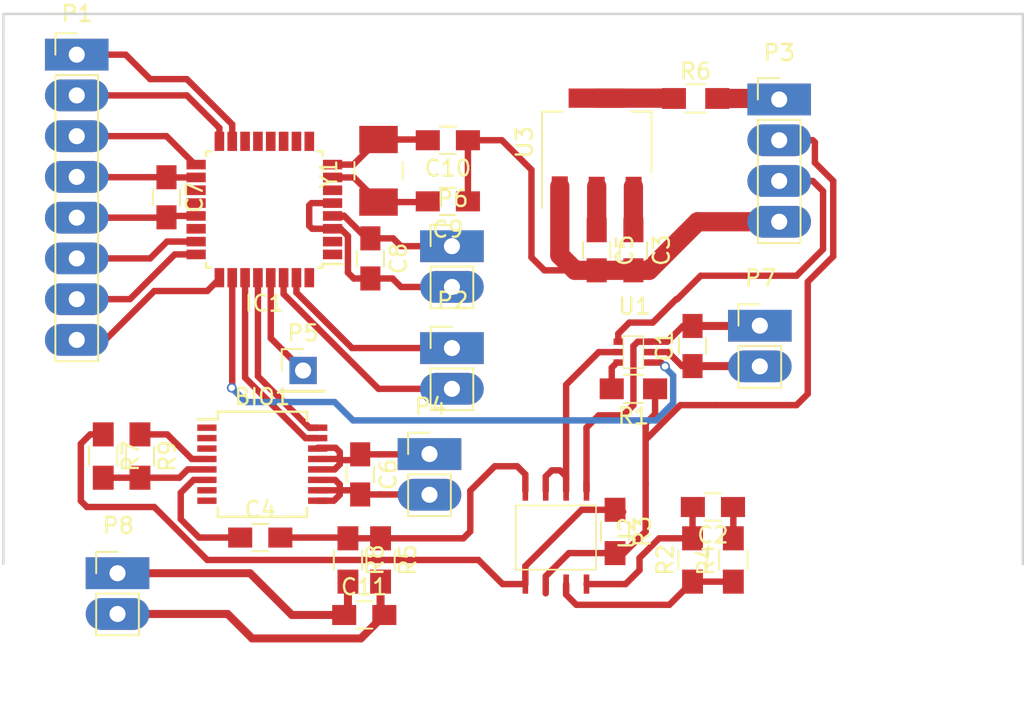
<source format=kicad_pcb>
(kicad_pcb (version 4) (host pcbnew 4.0.2-stable)

  (general
    (links 87)
    (no_connects 15)
    (area 143.434999 100.254999 207.085001 134.695001)
    (thickness 1.6)
    (drawings 5)
    (tracks 274)
    (zones 0)
    (modules 34)
    (nets 45)
  )

  (page A4)
  (layers
    (0 F.Cu signal)
    (31 B.Cu signal)
    (32 B.Adhes user)
    (33 F.Adhes user)
    (34 B.Paste user)
    (35 F.Paste user)
    (36 B.SilkS user)
    (37 F.SilkS user)
    (38 B.Mask user)
    (39 F.Mask user)
    (40 Dwgs.User user)
    (41 Cmts.User user)
    (42 Eco1.User user)
    (43 Eco2.User user)
    (44 Edge.Cuts user)
    (45 Margin user)
    (46 B.CrtYd user)
    (47 F.CrtYd user)
    (48 B.Fab user)
    (49 F.Fab user)
  )

  (setup
    (last_trace_width 0.5)
    (user_trace_width 0.4)
    (user_trace_width 0.5)
    (user_trace_width 1)
    (user_trace_width 1.2)
    (trace_clearance 0.2)
    (zone_clearance 0.508)
    (zone_45_only no)
    (trace_min 0.2)
    (segment_width 0.2)
    (edge_width 0.15)
    (via_size 0.6)
    (via_drill 0.4)
    (via_min_size 0.4)
    (via_min_drill 0.3)
    (user_via 0.5 0.3)
    (user_via 0.8 0.4)
    (uvia_size 0.3)
    (uvia_drill 0.1)
    (uvias_allowed no)
    (uvia_min_size 0.2)
    (uvia_min_drill 0.1)
    (pcb_text_width 0.3)
    (pcb_text_size 1.5 1.5)
    (mod_edge_width 0.15)
    (mod_text_size 1 1)
    (mod_text_width 0.15)
    (pad_size 1.524 1.524)
    (pad_drill 0.762)
    (pad_to_mask_clearance 0.2)
    (aux_axis_origin 0 0)
    (grid_origin 168.148 103.124)
    (visible_elements 7FFFFFFF)
    (pcbplotparams
      (layerselection 0x00030_80000001)
      (usegerberextensions false)
      (excludeedgelayer true)
      (linewidth 0.100000)
      (plotframeref false)
      (viasonmask false)
      (mode 1)
      (useauxorigin false)
      (hpglpennumber 1)
      (hpglpenspeed 20)
      (hpglpendiameter 15)
      (hpglpenoverlay 2)
      (psnegative false)
      (psa4output false)
      (plotreference true)
      (plotvalue true)
      (plotinvisibletext false)
      (padsonsilk false)
      (subtractmaskfromsilk false)
      (outputformat 1)
      (mirror false)
      (drillshape 1)
      (scaleselection 1)
      (outputdirectory ""))
  )

  (net 0 "")
  (net 1 "Net-(BIO1-Pad1)")
  (net 2 "Net-(BIO1-Pad2)")
  (net 3 "Net-(BIO1-Pad3)")
  (net 4 "Net-(BIO1-Pad4)")
  (net 5 "Net-(BIO1-Pad5)")
  (net 6 "Net-(BIO1-Pad6)")
  (net 7 "Net-(BIO1-Pad7)")
  (net 8 "Net-(BIO1-Pad8)")
  (net 9 GND)
  (net 10 /SDA)
  (net 11 /SCL)
  (net 12 /V_FUENTE)
  (net 13 "Net-(C4-Pad2)")
  (net 14 "Net-(C10-Pad2)")
  (net 15 /RESET)
  (net 16 "Net-(IC1-Pad12)")
  (net 17 "Net-(IC1-Pad20)")
  (net 18 /RXD)
  (net 19 /TXD)
  (net 20 "Net-(IC1-Pad32)")
  (net 21 /ADC3)
  (net 22 /ADC2)
  (net 23 "Net-(IC1-Pad11)")
  (net 24 "Net-(IC1-Pad10)")
  (net 25 "Net-(IC1-Pad9)")
  (net 26 "Net-(IC1-Pad13)")
  (net 27 "Net-(IC1-Pad14)")
  (net 28 /MOSI)
  (net 29 /MISO)
  (net 30 "Net-(IC1-Pad19)")
  (net 31 /SCK)
  (net 32 /ADC0)
  (net 33 /ADC1)
  (net 34 "Net-(IC1-Pad2)")
  (net 35 "Net-(IC1-Pad1)")
  (net 36 "Net-(IC1-Pad22)")
  (net 37 /Z_UK)
  (net 38 /IN_A)
  (net 39 "Net-(R1-Pad2)")
  (net 40 "Net-(R2-Pad1)")
  (net 41 /VIN_AD5933)
  (net 42 /OUT_B)
  (net 43 /3V3)
  (net 44 "Net-(C9-Pad2)")

  (net_class Default "Esta es la clase de red por defecto."
    (clearance 0.2)
    (trace_width 0.25)
    (via_dia 0.6)
    (via_drill 0.4)
    (uvia_dia 0.3)
    (uvia_drill 0.1)
    (add_net /3V3)
    (add_net /ADC0)
    (add_net /ADC1)
    (add_net /ADC2)
    (add_net /ADC3)
    (add_net /IN_A)
    (add_net /MISO)
    (add_net /MOSI)
    (add_net /OUT_B)
    (add_net /RESET)
    (add_net /RXD)
    (add_net /SCK)
    (add_net /SCL)
    (add_net /SDA)
    (add_net /TXD)
    (add_net /VIN_AD5933)
    (add_net /V_FUENTE)
    (add_net /Z_UK)
    (add_net GND)
    (add_net "Net-(BIO1-Pad1)")
    (add_net "Net-(BIO1-Pad2)")
    (add_net "Net-(BIO1-Pad3)")
    (add_net "Net-(BIO1-Pad4)")
    (add_net "Net-(BIO1-Pad5)")
    (add_net "Net-(BIO1-Pad6)")
    (add_net "Net-(BIO1-Pad7)")
    (add_net "Net-(BIO1-Pad8)")
    (add_net "Net-(C10-Pad2)")
    (add_net "Net-(C4-Pad2)")
    (add_net "Net-(C9-Pad2)")
    (add_net "Net-(IC1-Pad1)")
    (add_net "Net-(IC1-Pad10)")
    (add_net "Net-(IC1-Pad11)")
    (add_net "Net-(IC1-Pad12)")
    (add_net "Net-(IC1-Pad13)")
    (add_net "Net-(IC1-Pad14)")
    (add_net "Net-(IC1-Pad19)")
    (add_net "Net-(IC1-Pad2)")
    (add_net "Net-(IC1-Pad20)")
    (add_net "Net-(IC1-Pad22)")
    (add_net "Net-(IC1-Pad32)")
    (add_net "Net-(IC1-Pad9)")
    (add_net "Net-(R1-Pad2)")
    (add_net "Net-(R2-Pad1)")
  )

  (module Housings_SSOP:SSOP-16_5.3x6.2mm_Pitch0.65mm (layer F.Cu) (tedit 54130A77) (tstamp 590CCDEA)
    (at 159.639 128.397)
    (descr "SSOP16: plastic shrink small outline package; 16 leads; body width 5.3 mm; (see NXP SSOP-TSSOP-VSO-REFLOW.pdf and sot338-1_po.pdf)")
    (tags "SSOP 0.65")
    (path /59050AC3)
    (attr smd)
    (fp_text reference BIO1 (at 0 -4.2) (layer F.SilkS)
      (effects (font (size 1 1) (thickness 0.15)))
    )
    (fp_text value AD5933 (at 0 4.2) (layer F.Fab)
      (effects (font (size 1 1) (thickness 0.15)))
    )
    (fp_line (start -1.65 -3.1) (end 2.65 -3.1) (layer F.Fab) (width 0.15))
    (fp_line (start 2.65 -3.1) (end 2.65 3.1) (layer F.Fab) (width 0.15))
    (fp_line (start 2.65 3.1) (end -2.65 3.1) (layer F.Fab) (width 0.15))
    (fp_line (start -2.65 3.1) (end -2.65 -2.1) (layer F.Fab) (width 0.15))
    (fp_line (start -2.65 -2.1) (end -1.65 -3.1) (layer F.Fab) (width 0.15))
    (fp_line (start -4.3 -3.45) (end -4.3 3.45) (layer F.CrtYd) (width 0.05))
    (fp_line (start 4.3 -3.45) (end 4.3 3.45) (layer F.CrtYd) (width 0.05))
    (fp_line (start -4.3 -3.45) (end 4.3 -3.45) (layer F.CrtYd) (width 0.05))
    (fp_line (start -4.3 3.45) (end 4.3 3.45) (layer F.CrtYd) (width 0.05))
    (fp_line (start -2.775 -3.275) (end -2.775 -2.8) (layer F.SilkS) (width 0.15))
    (fp_line (start 2.775 -3.275) (end 2.775 -2.7) (layer F.SilkS) (width 0.15))
    (fp_line (start 2.775 3.275) (end 2.775 2.7) (layer F.SilkS) (width 0.15))
    (fp_line (start -2.775 3.275) (end -2.775 2.7) (layer F.SilkS) (width 0.15))
    (fp_line (start -2.775 -3.275) (end 2.775 -3.275) (layer F.SilkS) (width 0.15))
    (fp_line (start -2.775 3.275) (end 2.775 3.275) (layer F.SilkS) (width 0.15))
    (fp_line (start -2.775 -2.8) (end -4.05 -2.8) (layer F.SilkS) (width 0.15))
    (fp_text user %R (at 0 0) (layer F.Fab)
      (effects (font (size 0.8 0.8) (thickness 0.15)))
    )
    (pad 1 smd rect (at -3.45 -2.275) (size 1.2 0.4) (layers F.Cu F.Paste F.Mask)
      (net 1 "Net-(BIO1-Pad1)"))
    (pad 2 smd rect (at -3.45 -1.625) (size 1.2 0.4) (layers F.Cu F.Paste F.Mask)
      (net 2 "Net-(BIO1-Pad2)"))
    (pad 3 smd rect (at -3.45 -0.975) (size 1.2 0.4) (layers F.Cu F.Paste F.Mask)
      (net 3 "Net-(BIO1-Pad3)"))
    (pad 4 smd rect (at -3.45 -0.325) (size 1.2 0.4) (layers F.Cu F.Paste F.Mask)
      (net 4 "Net-(BIO1-Pad4)"))
    (pad 5 smd rect (at -3.45 0.325) (size 1.2 0.4) (layers F.Cu F.Paste F.Mask)
      (net 5 "Net-(BIO1-Pad5)"))
    (pad 6 smd rect (at -3.45 0.975) (size 1.2 0.4) (layers F.Cu F.Paste F.Mask)
      (net 6 "Net-(BIO1-Pad6)"))
    (pad 7 smd rect (at -3.45 1.625) (size 1.2 0.4) (layers F.Cu F.Paste F.Mask)
      (net 7 "Net-(BIO1-Pad7)"))
    (pad 8 smd rect (at -3.45 2.275) (size 1.2 0.4) (layers F.Cu F.Paste F.Mask)
      (net 8 "Net-(BIO1-Pad8)"))
    (pad 9 smd rect (at 3.45 2.275) (size 1.2 0.4) (layers F.Cu F.Paste F.Mask)
      (net 43 /3V3))
    (pad 10 smd rect (at 3.45 1.625) (size 1.2 0.4) (layers F.Cu F.Paste F.Mask)
      (net 43 /3V3))
    (pad 11 smd rect (at 3.45 0.975) (size 1.2 0.4) (layers F.Cu F.Paste F.Mask)
      (net 43 /3V3))
    (pad 12 smd rect (at 3.45 0.325) (size 1.2 0.4) (layers F.Cu F.Paste F.Mask)
      (net 9 GND))
    (pad 13 smd rect (at 3.45 -0.325) (size 1.2 0.4) (layers F.Cu F.Paste F.Mask)
      (net 9 GND))
    (pad 14 smd rect (at 3.45 -0.975) (size 1.2 0.4) (layers F.Cu F.Paste F.Mask)
      (net 9 GND))
    (pad 15 smd rect (at 3.45 -1.625) (size 1.2 0.4) (layers F.Cu F.Paste F.Mask)
      (net 10 /SDA))
    (pad 16 smd rect (at 3.45 -2.275) (size 1.2 0.4) (layers F.Cu F.Paste F.Mask)
      (net 11 /SCL))
    (model ${KISYS3DMOD}/Housings_SSOP.3dshapes/SSOP-16_5.3x6.2mm_Pitch0.65mm.wrl
      (at (xyz 0 0 0))
      (scale (xyz 1 1 1))
      (rotate (xyz 0 0 0))
    )
  )

  (module Capacitors_SMD:C_0805_HandSoldering (layer F.Cu) (tedit 58AA84A8) (tstamp 590CCDFB)
    (at 186.436 121.031 90)
    (descr "Capacitor SMD 0805, hand soldering")
    (tags "capacitor 0805")
    (path /590E53FF)
    (attr smd)
    (fp_text reference C1 (at 0 -1.75 90) (layer F.SilkS)
      (effects (font (size 1 1) (thickness 0.15)))
    )
    (fp_text value 0,1uF (at 0 1.75 90) (layer F.Fab)
      (effects (font (size 1 1) (thickness 0.15)))
    )
    (fp_text user %R (at 0 -1.75 90) (layer F.Fab)
      (effects (font (size 1 1) (thickness 0.15)))
    )
    (fp_line (start -1 0.62) (end -1 -0.62) (layer F.Fab) (width 0.1))
    (fp_line (start 1 0.62) (end -1 0.62) (layer F.Fab) (width 0.1))
    (fp_line (start 1 -0.62) (end 1 0.62) (layer F.Fab) (width 0.1))
    (fp_line (start -1 -0.62) (end 1 -0.62) (layer F.Fab) (width 0.1))
    (fp_line (start 0.5 -0.85) (end -0.5 -0.85) (layer F.SilkS) (width 0.12))
    (fp_line (start -0.5 0.85) (end 0.5 0.85) (layer F.SilkS) (width 0.12))
    (fp_line (start -2.25 -0.88) (end 2.25 -0.88) (layer F.CrtYd) (width 0.05))
    (fp_line (start -2.25 -0.88) (end -2.25 0.87) (layer F.CrtYd) (width 0.05))
    (fp_line (start 2.25 0.87) (end 2.25 -0.88) (layer F.CrtYd) (width 0.05))
    (fp_line (start 2.25 0.87) (end -2.25 0.87) (layer F.CrtYd) (width 0.05))
    (pad 1 smd rect (at -1.25 0 90) (size 1.5 1.25) (layers F.Cu F.Paste F.Mask)
      (net 43 /3V3))
    (pad 2 smd rect (at 1.25 0 90) (size 1.5 1.25) (layers F.Cu F.Paste F.Mask)
      (net 9 GND))
    (model Capacitors_SMD.3dshapes/C_0805.wrl
      (at (xyz 0 0 0))
      (scale (xyz 1 1 1))
      (rotate (xyz 0 0 0))
    )
  )

  (module Capacitors_SMD:C_0805_HandSoldering (layer F.Cu) (tedit 58AA84A8) (tstamp 590CCE0C)
    (at 187.706 131.064 180)
    (descr "Capacitor SMD 0805, hand soldering")
    (tags "capacitor 0805")
    (path /590CED12)
    (attr smd)
    (fp_text reference C2 (at 0 -1.75 180) (layer F.SilkS)
      (effects (font (size 1 1) (thickness 0.15)))
    )
    (fp_text value 0,1uF (at 0 1.75 180) (layer F.Fab)
      (effects (font (size 1 1) (thickness 0.15)))
    )
    (fp_text user %R (at 0 -1.75 180) (layer F.Fab)
      (effects (font (size 1 1) (thickness 0.15)))
    )
    (fp_line (start -1 0.62) (end -1 -0.62) (layer F.Fab) (width 0.1))
    (fp_line (start 1 0.62) (end -1 0.62) (layer F.Fab) (width 0.1))
    (fp_line (start 1 -0.62) (end 1 0.62) (layer F.Fab) (width 0.1))
    (fp_line (start -1 -0.62) (end 1 -0.62) (layer F.Fab) (width 0.1))
    (fp_line (start 0.5 -0.85) (end -0.5 -0.85) (layer F.SilkS) (width 0.12))
    (fp_line (start -0.5 0.85) (end 0.5 0.85) (layer F.SilkS) (width 0.12))
    (fp_line (start -2.25 -0.88) (end 2.25 -0.88) (layer F.CrtYd) (width 0.05))
    (fp_line (start -2.25 -0.88) (end -2.25 0.87) (layer F.CrtYd) (width 0.05))
    (fp_line (start 2.25 0.87) (end 2.25 -0.88) (layer F.CrtYd) (width 0.05))
    (fp_line (start 2.25 0.87) (end -2.25 0.87) (layer F.CrtYd) (width 0.05))
    (pad 1 smd rect (at -1.25 0 180) (size 1.5 1.25) (layers F.Cu F.Paste F.Mask)
      (net 9 GND))
    (pad 2 smd rect (at 1.25 0 180) (size 1.5 1.25) (layers F.Cu F.Paste F.Mask)
      (net 43 /3V3))
    (model Capacitors_SMD.3dshapes/C_0805.wrl
      (at (xyz 0 0 0))
      (scale (xyz 1 1 1))
      (rotate (xyz 0 0 0))
    )
  )

  (module Capacitors_SMD:C_0805_HandSoldering (layer F.Cu) (tedit 58AA84A8) (tstamp 590CCE1D)
    (at 182.753 115.062 270)
    (descr "Capacitor SMD 0805, hand soldering")
    (tags "capacitor 0805")
    (path /590C0011)
    (attr smd)
    (fp_text reference C3 (at 0 -1.75 270) (layer F.SilkS)
      (effects (font (size 1 1) (thickness 0.15)))
    )
    (fp_text value 1uF (at 0 1.75 270) (layer F.Fab)
      (effects (font (size 1 1) (thickness 0.15)))
    )
    (fp_text user %R (at 0 -1.75 270) (layer F.Fab)
      (effects (font (size 1 1) (thickness 0.15)))
    )
    (fp_line (start -1 0.62) (end -1 -0.62) (layer F.Fab) (width 0.1))
    (fp_line (start 1 0.62) (end -1 0.62) (layer F.Fab) (width 0.1))
    (fp_line (start 1 -0.62) (end 1 0.62) (layer F.Fab) (width 0.1))
    (fp_line (start -1 -0.62) (end 1 -0.62) (layer F.Fab) (width 0.1))
    (fp_line (start 0.5 -0.85) (end -0.5 -0.85) (layer F.SilkS) (width 0.12))
    (fp_line (start -0.5 0.85) (end 0.5 0.85) (layer F.SilkS) (width 0.12))
    (fp_line (start -2.25 -0.88) (end 2.25 -0.88) (layer F.CrtYd) (width 0.05))
    (fp_line (start -2.25 -0.88) (end -2.25 0.87) (layer F.CrtYd) (width 0.05))
    (fp_line (start 2.25 0.87) (end 2.25 -0.88) (layer F.CrtYd) (width 0.05))
    (fp_line (start 2.25 0.87) (end -2.25 0.87) (layer F.CrtYd) (width 0.05))
    (pad 1 smd rect (at -1.25 0 270) (size 1.5 1.25) (layers F.Cu F.Paste F.Mask)
      (net 12 /V_FUENTE))
    (pad 2 smd rect (at 1.25 0 270) (size 1.5 1.25) (layers F.Cu F.Paste F.Mask)
      (net 9 GND))
    (model Capacitors_SMD.3dshapes/C_0805.wrl
      (at (xyz 0 0 0))
      (scale (xyz 1 1 1))
      (rotate (xyz 0 0 0))
    )
  )

  (module Capacitors_SMD:C_0805_HandSoldering (layer F.Cu) (tedit 58AA84A8) (tstamp 590CCE2E)
    (at 159.512 132.969)
    (descr "Capacitor SMD 0805, hand soldering")
    (tags "capacitor 0805")
    (path /59054F01)
    (attr smd)
    (fp_text reference C4 (at 0 -1.75) (layer F.SilkS)
      (effects (font (size 1 1) (thickness 0.15)))
    )
    (fp_text value 47nF (at 0 1.75) (layer F.Fab)
      (effects (font (size 1 1) (thickness 0.15)))
    )
    (fp_text user %R (at 0 -1.75) (layer F.Fab)
      (effects (font (size 1 1) (thickness 0.15)))
    )
    (fp_line (start -1 0.62) (end -1 -0.62) (layer F.Fab) (width 0.1))
    (fp_line (start 1 0.62) (end -1 0.62) (layer F.Fab) (width 0.1))
    (fp_line (start 1 -0.62) (end 1 0.62) (layer F.Fab) (width 0.1))
    (fp_line (start -1 -0.62) (end 1 -0.62) (layer F.Fab) (width 0.1))
    (fp_line (start 0.5 -0.85) (end -0.5 -0.85) (layer F.SilkS) (width 0.12))
    (fp_line (start -0.5 0.85) (end 0.5 0.85) (layer F.SilkS) (width 0.12))
    (fp_line (start -2.25 -0.88) (end 2.25 -0.88) (layer F.CrtYd) (width 0.05))
    (fp_line (start -2.25 -0.88) (end -2.25 0.87) (layer F.CrtYd) (width 0.05))
    (fp_line (start 2.25 0.87) (end 2.25 -0.88) (layer F.CrtYd) (width 0.05))
    (fp_line (start 2.25 0.87) (end -2.25 0.87) (layer F.CrtYd) (width 0.05))
    (pad 1 smd rect (at -1.25 0) (size 1.5 1.25) (layers F.Cu F.Paste F.Mask)
      (net 6 "Net-(BIO1-Pad6)"))
    (pad 2 smd rect (at 1.25 0) (size 1.5 1.25) (layers F.Cu F.Paste F.Mask)
      (net 13 "Net-(C4-Pad2)"))
    (model Capacitors_SMD.3dshapes/C_0805.wrl
      (at (xyz 0 0 0))
      (scale (xyz 1 1 1))
      (rotate (xyz 0 0 0))
    )
  )

  (module Capacitors_SMD:C_0805_HandSoldering (layer F.Cu) (tedit 58AA84A8) (tstamp 590CCE3F)
    (at 180.467 115.062 270)
    (descr "Capacitor SMD 0805, hand soldering")
    (tags "capacitor 0805")
    (path /590C057E)
    (attr smd)
    (fp_text reference C5 (at 0 -1.75 270) (layer F.SilkS)
      (effects (font (size 1 1) (thickness 0.15)))
    )
    (fp_text value 1uF (at 0 1.75 270) (layer F.Fab)
      (effects (font (size 1 1) (thickness 0.15)))
    )
    (fp_text user %R (at 0 -1.75 270) (layer F.Fab)
      (effects (font (size 1 1) (thickness 0.15)))
    )
    (fp_line (start -1 0.62) (end -1 -0.62) (layer F.Fab) (width 0.1))
    (fp_line (start 1 0.62) (end -1 0.62) (layer F.Fab) (width 0.1))
    (fp_line (start 1 -0.62) (end 1 0.62) (layer F.Fab) (width 0.1))
    (fp_line (start -1 -0.62) (end 1 -0.62) (layer F.Fab) (width 0.1))
    (fp_line (start 0.5 -0.85) (end -0.5 -0.85) (layer F.SilkS) (width 0.12))
    (fp_line (start -0.5 0.85) (end 0.5 0.85) (layer F.SilkS) (width 0.12))
    (fp_line (start -2.25 -0.88) (end 2.25 -0.88) (layer F.CrtYd) (width 0.05))
    (fp_line (start -2.25 -0.88) (end -2.25 0.87) (layer F.CrtYd) (width 0.05))
    (fp_line (start 2.25 0.87) (end 2.25 -0.88) (layer F.CrtYd) (width 0.05))
    (fp_line (start 2.25 0.87) (end -2.25 0.87) (layer F.CrtYd) (width 0.05))
    (pad 1 smd rect (at -1.25 0 270) (size 1.5 1.25) (layers F.Cu F.Paste F.Mask)
      (net 43 /3V3))
    (pad 2 smd rect (at 1.25 0 270) (size 1.5 1.25) (layers F.Cu F.Paste F.Mask)
      (net 9 GND))
    (model Capacitors_SMD.3dshapes/C_0805.wrl
      (at (xyz 0 0 0))
      (scale (xyz 1 1 1))
      (rotate (xyz 0 0 0))
    )
  )

  (module Capacitors_SMD:C_0805_HandSoldering (layer F.Cu) (tedit 58AA84A8) (tstamp 590CCE50)
    (at 165.735 129.032 270)
    (descr "Capacitor SMD 0805, hand soldering")
    (tags "capacitor 0805")
    (path /590D16CD)
    (attr smd)
    (fp_text reference C6 (at 0 -1.75 270) (layer F.SilkS)
      (effects (font (size 1 1) (thickness 0.15)))
    )
    (fp_text value C (at 0 1.75 270) (layer F.Fab)
      (effects (font (size 1 1) (thickness 0.15)))
    )
    (fp_text user %R (at 0 -1.75 270) (layer F.Fab)
      (effects (font (size 1 1) (thickness 0.15)))
    )
    (fp_line (start -1 0.62) (end -1 -0.62) (layer F.Fab) (width 0.1))
    (fp_line (start 1 0.62) (end -1 0.62) (layer F.Fab) (width 0.1))
    (fp_line (start 1 -0.62) (end 1 0.62) (layer F.Fab) (width 0.1))
    (fp_line (start -1 -0.62) (end 1 -0.62) (layer F.Fab) (width 0.1))
    (fp_line (start 0.5 -0.85) (end -0.5 -0.85) (layer F.SilkS) (width 0.12))
    (fp_line (start -0.5 0.85) (end 0.5 0.85) (layer F.SilkS) (width 0.12))
    (fp_line (start -2.25 -0.88) (end 2.25 -0.88) (layer F.CrtYd) (width 0.05))
    (fp_line (start -2.25 -0.88) (end -2.25 0.87) (layer F.CrtYd) (width 0.05))
    (fp_line (start 2.25 0.87) (end 2.25 -0.88) (layer F.CrtYd) (width 0.05))
    (fp_line (start 2.25 0.87) (end -2.25 0.87) (layer F.CrtYd) (width 0.05))
    (pad 1 smd rect (at -1.25 0 270) (size 1.5 1.25) (layers F.Cu F.Paste F.Mask)
      (net 9 GND))
    (pad 2 smd rect (at 1.25 0 270) (size 1.5 1.25) (layers F.Cu F.Paste F.Mask)
      (net 43 /3V3))
    (model Capacitors_SMD.3dshapes/C_0805.wrl
      (at (xyz 0 0 0))
      (scale (xyz 1 1 1))
      (rotate (xyz 0 0 0))
    )
  )

  (module Capacitors_SMD:C_0805_HandSoldering (layer F.Cu) (tedit 58AA84A8) (tstamp 590CCE61)
    (at 153.67 111.76 270)
    (descr "Capacitor SMD 0805, hand soldering")
    (tags "capacitor 0805")
    (path /590CBFD0)
    (attr smd)
    (fp_text reference C7 (at 0 -1.75 270) (layer F.SilkS)
      (effects (font (size 1 1) (thickness 0.15)))
    )
    (fp_text value 0,1uF (at 0 1.75 270) (layer F.Fab)
      (effects (font (size 1 1) (thickness 0.15)))
    )
    (fp_text user %R (at 0 -1.75 270) (layer F.Fab)
      (effects (font (size 1 1) (thickness 0.15)))
    )
    (fp_line (start -1 0.62) (end -1 -0.62) (layer F.Fab) (width 0.1))
    (fp_line (start 1 0.62) (end -1 0.62) (layer F.Fab) (width 0.1))
    (fp_line (start 1 -0.62) (end 1 0.62) (layer F.Fab) (width 0.1))
    (fp_line (start -1 -0.62) (end 1 -0.62) (layer F.Fab) (width 0.1))
    (fp_line (start 0.5 -0.85) (end -0.5 -0.85) (layer F.SilkS) (width 0.12))
    (fp_line (start -0.5 0.85) (end 0.5 0.85) (layer F.SilkS) (width 0.12))
    (fp_line (start -2.25 -0.88) (end 2.25 -0.88) (layer F.CrtYd) (width 0.05))
    (fp_line (start -2.25 -0.88) (end -2.25 0.87) (layer F.CrtYd) (width 0.05))
    (fp_line (start 2.25 0.87) (end 2.25 -0.88) (layer F.CrtYd) (width 0.05))
    (fp_line (start 2.25 0.87) (end -2.25 0.87) (layer F.CrtYd) (width 0.05))
    (pad 1 smd rect (at -1.25 0 270) (size 1.5 1.25) (layers F.Cu F.Paste F.Mask)
      (net 43 /3V3))
    (pad 2 smd rect (at 1.25 0 270) (size 1.5 1.25) (layers F.Cu F.Paste F.Mask)
      (net 9 GND))
    (model Capacitors_SMD.3dshapes/C_0805.wrl
      (at (xyz 0 0 0))
      (scale (xyz 1 1 1))
      (rotate (xyz 0 0 0))
    )
  )

  (module Capacitors_SMD:C_0805_HandSoldering (layer F.Cu) (tedit 58AA84A8) (tstamp 590CCE83)
    (at 171.196 112.014 180)
    (descr "Capacitor SMD 0805, hand soldering")
    (tags "capacitor 0805")
    (path /590BC56B)
    (attr smd)
    (fp_text reference C9 (at 0 -1.75 180) (layer F.SilkS)
      (effects (font (size 1 1) (thickness 0.15)))
    )
    (fp_text value 18pF (at 0 1.75 180) (layer F.Fab)
      (effects (font (size 1 1) (thickness 0.15)))
    )
    (fp_text user %R (at 0 -1.75 180) (layer F.Fab)
      (effects (font (size 1 1) (thickness 0.15)))
    )
    (fp_line (start -1 0.62) (end -1 -0.62) (layer F.Fab) (width 0.1))
    (fp_line (start 1 0.62) (end -1 0.62) (layer F.Fab) (width 0.1))
    (fp_line (start 1 -0.62) (end 1 0.62) (layer F.Fab) (width 0.1))
    (fp_line (start -1 -0.62) (end 1 -0.62) (layer F.Fab) (width 0.1))
    (fp_line (start 0.5 -0.85) (end -0.5 -0.85) (layer F.SilkS) (width 0.12))
    (fp_line (start -0.5 0.85) (end 0.5 0.85) (layer F.SilkS) (width 0.12))
    (fp_line (start -2.25 -0.88) (end 2.25 -0.88) (layer F.CrtYd) (width 0.05))
    (fp_line (start -2.25 -0.88) (end -2.25 0.87) (layer F.CrtYd) (width 0.05))
    (fp_line (start 2.25 0.87) (end 2.25 -0.88) (layer F.CrtYd) (width 0.05))
    (fp_line (start 2.25 0.87) (end -2.25 0.87) (layer F.CrtYd) (width 0.05))
    (pad 1 smd rect (at -1.25 0 180) (size 1.5 1.25) (layers F.Cu F.Paste F.Mask)
      (net 9 GND))
    (pad 2 smd rect (at 1.25 0 180) (size 1.5 1.25) (layers F.Cu F.Paste F.Mask)
      (net 44 "Net-(C9-Pad2)"))
    (model Capacitors_SMD.3dshapes/C_0805.wrl
      (at (xyz 0 0 0))
      (scale (xyz 1 1 1))
      (rotate (xyz 0 0 0))
    )
  )

  (module Capacitors_SMD:C_0805_HandSoldering (layer F.Cu) (tedit 58AA84A8) (tstamp 590CCE94)
    (at 171.196 108.204 180)
    (descr "Capacitor SMD 0805, hand soldering")
    (tags "capacitor 0805")
    (path /590BC5EC)
    (attr smd)
    (fp_text reference C10 (at 0 -1.75 180) (layer F.SilkS)
      (effects (font (size 1 1) (thickness 0.15)))
    )
    (fp_text value 18pF (at 0 1.75 180) (layer F.Fab)
      (effects (font (size 1 1) (thickness 0.15)))
    )
    (fp_text user %R (at 0 -1.75 180) (layer F.Fab)
      (effects (font (size 1 1) (thickness 0.15)))
    )
    (fp_line (start -1 0.62) (end -1 -0.62) (layer F.Fab) (width 0.1))
    (fp_line (start 1 0.62) (end -1 0.62) (layer F.Fab) (width 0.1))
    (fp_line (start 1 -0.62) (end 1 0.62) (layer F.Fab) (width 0.1))
    (fp_line (start -1 -0.62) (end 1 -0.62) (layer F.Fab) (width 0.1))
    (fp_line (start 0.5 -0.85) (end -0.5 -0.85) (layer F.SilkS) (width 0.12))
    (fp_line (start -0.5 0.85) (end 0.5 0.85) (layer F.SilkS) (width 0.12))
    (fp_line (start -2.25 -0.88) (end 2.25 -0.88) (layer F.CrtYd) (width 0.05))
    (fp_line (start -2.25 -0.88) (end -2.25 0.87) (layer F.CrtYd) (width 0.05))
    (fp_line (start 2.25 0.87) (end 2.25 -0.88) (layer F.CrtYd) (width 0.05))
    (fp_line (start 2.25 0.87) (end -2.25 0.87) (layer F.CrtYd) (width 0.05))
    (pad 1 smd rect (at -1.25 0 180) (size 1.5 1.25) (layers F.Cu F.Paste F.Mask)
      (net 9 GND))
    (pad 2 smd rect (at 1.25 0 180) (size 1.5 1.25) (layers F.Cu F.Paste F.Mask)
      (net 14 "Net-(C10-Pad2)"))
    (model Capacitors_SMD.3dshapes/C_0805.wrl
      (at (xyz 0 0 0))
      (scale (xyz 1 1 1))
      (rotate (xyz 0 0 0))
    )
  )

  (module Resistors_SMD:R_0805_HandSoldering (layer F.Cu) (tedit 58E0A804) (tstamp 590CCF17)
    (at 182.753 123.698 180)
    (descr "Resistor SMD 0805, hand soldering")
    (tags "resistor 0805")
    (path /59054326)
    (attr smd)
    (fp_text reference R1 (at 0 -1.7 180) (layer F.SilkS)
      (effects (font (size 1 1) (thickness 0.15)))
    )
    (fp_text value Rcal (at 0 1.75 180) (layer F.Fab)
      (effects (font (size 1 1) (thickness 0.15)))
    )
    (fp_text user %R (at 0 0 180) (layer F.Fab)
      (effects (font (size 0.5 0.5) (thickness 0.075)))
    )
    (fp_line (start -1 0.62) (end -1 -0.62) (layer F.Fab) (width 0.1))
    (fp_line (start 1 0.62) (end -1 0.62) (layer F.Fab) (width 0.1))
    (fp_line (start 1 -0.62) (end 1 0.62) (layer F.Fab) (width 0.1))
    (fp_line (start -1 -0.62) (end 1 -0.62) (layer F.Fab) (width 0.1))
    (fp_line (start 0.6 0.88) (end -0.6 0.88) (layer F.SilkS) (width 0.12))
    (fp_line (start -0.6 -0.88) (end 0.6 -0.88) (layer F.SilkS) (width 0.12))
    (fp_line (start -2.35 -0.9) (end 2.35 -0.9) (layer F.CrtYd) (width 0.05))
    (fp_line (start -2.35 -0.9) (end -2.35 0.9) (layer F.CrtYd) (width 0.05))
    (fp_line (start 2.35 0.9) (end 2.35 -0.9) (layer F.CrtYd) (width 0.05))
    (fp_line (start 2.35 0.9) (end -2.35 0.9) (layer F.CrtYd) (width 0.05))
    (pad 1 smd rect (at -1.35 0 180) (size 1.5 1.3) (layers F.Cu F.Paste F.Mask)
      (net 38 /IN_A))
    (pad 2 smd rect (at 1.35 0 180) (size 1.5 1.3) (layers F.Cu F.Paste F.Mask)
      (net 39 "Net-(R1-Pad2)"))
    (model ${KISYS3DMOD}/Resistors_SMD.3dshapes/R_0805.wrl
      (at (xyz 0 0 0))
      (scale (xyz 1 1 1))
      (rotate (xyz 0 0 0))
    )
  )

  (module Resistors_SMD:R_0805_HandSoldering (layer F.Cu) (tedit 58E0A804) (tstamp 590CCF28)
    (at 186.436 134.366 90)
    (descr "Resistor SMD 0805, hand soldering")
    (tags "resistor 0805")
    (path /59054CBE)
    (attr smd)
    (fp_text reference R2 (at 0 -1.7 90) (layer F.SilkS)
      (effects (font (size 1 1) (thickness 0.15)))
    )
    (fp_text value 50k (at 0 1.75 90) (layer F.Fab)
      (effects (font (size 1 1) (thickness 0.15)))
    )
    (fp_text user %R (at 0 0 90) (layer F.Fab)
      (effects (font (size 0.5 0.5) (thickness 0.075)))
    )
    (fp_line (start -1 0.62) (end -1 -0.62) (layer F.Fab) (width 0.1))
    (fp_line (start 1 0.62) (end -1 0.62) (layer F.Fab) (width 0.1))
    (fp_line (start 1 -0.62) (end 1 0.62) (layer F.Fab) (width 0.1))
    (fp_line (start -1 -0.62) (end 1 -0.62) (layer F.Fab) (width 0.1))
    (fp_line (start 0.6 0.88) (end -0.6 0.88) (layer F.SilkS) (width 0.12))
    (fp_line (start -0.6 -0.88) (end 0.6 -0.88) (layer F.SilkS) (width 0.12))
    (fp_line (start -2.35 -0.9) (end 2.35 -0.9) (layer F.CrtYd) (width 0.05))
    (fp_line (start -2.35 -0.9) (end -2.35 0.9) (layer F.CrtYd) (width 0.05))
    (fp_line (start 2.35 0.9) (end 2.35 -0.9) (layer F.CrtYd) (width 0.05))
    (fp_line (start 2.35 0.9) (end -2.35 0.9) (layer F.CrtYd) (width 0.05))
    (pad 1 smd rect (at -1.35 0 90) (size 1.5 1.3) (layers F.Cu F.Paste F.Mask)
      (net 40 "Net-(R2-Pad1)"))
    (pad 2 smd rect (at 1.35 0 90) (size 1.5 1.3) (layers F.Cu F.Paste F.Mask)
      (net 43 /3V3))
    (model ${KISYS3DMOD}/Resistors_SMD.3dshapes/R_0805.wrl
      (at (xyz 0 0 0))
      (scale (xyz 1 1 1))
      (rotate (xyz 0 0 0))
    )
  )

  (module Resistors_SMD:R_0805_HandSoldering (layer F.Cu) (tedit 58E0A804) (tstamp 590CCF39)
    (at 181.61 132.588 270)
    (descr "Resistor SMD 0805, hand soldering")
    (tags "resistor 0805")
    (path /59054BE2)
    (attr smd)
    (fp_text reference R3 (at 0 -1.7 270) (layer F.SilkS)
      (effects (font (size 1 1) (thickness 0.15)))
    )
    (fp_text value Rfb (at 0 1.75 270) (layer F.Fab)
      (effects (font (size 1 1) (thickness 0.15)))
    )
    (fp_text user %R (at 0 0 270) (layer F.Fab)
      (effects (font (size 0.5 0.5) (thickness 0.075)))
    )
    (fp_line (start -1 0.62) (end -1 -0.62) (layer F.Fab) (width 0.1))
    (fp_line (start 1 0.62) (end -1 0.62) (layer F.Fab) (width 0.1))
    (fp_line (start 1 -0.62) (end 1 0.62) (layer F.Fab) (width 0.1))
    (fp_line (start -1 -0.62) (end 1 -0.62) (layer F.Fab) (width 0.1))
    (fp_line (start 0.6 0.88) (end -0.6 0.88) (layer F.SilkS) (width 0.12))
    (fp_line (start -0.6 -0.88) (end 0.6 -0.88) (layer F.SilkS) (width 0.12))
    (fp_line (start -2.35 -0.9) (end 2.35 -0.9) (layer F.CrtYd) (width 0.05))
    (fp_line (start -2.35 -0.9) (end -2.35 0.9) (layer F.CrtYd) (width 0.05))
    (fp_line (start 2.35 0.9) (end 2.35 -0.9) (layer F.CrtYd) (width 0.05))
    (fp_line (start 2.35 0.9) (end -2.35 0.9) (layer F.CrtYd) (width 0.05))
    (pad 1 smd rect (at -1.35 0 270) (size 1.5 1.3) (layers F.Cu F.Paste F.Mask)
      (net 41 /VIN_AD5933))
    (pad 2 smd rect (at 1.35 0 270) (size 1.5 1.3) (layers F.Cu F.Paste F.Mask)
      (net 38 /IN_A))
    (model ${KISYS3DMOD}/Resistors_SMD.3dshapes/R_0805.wrl
      (at (xyz 0 0 0))
      (scale (xyz 1 1 1))
      (rotate (xyz 0 0 0))
    )
  )

  (module Resistors_SMD:R_0805_HandSoldering (layer F.Cu) (tedit 58E0A804) (tstamp 590CCF4A)
    (at 188.976 134.366 90)
    (descr "Resistor SMD 0805, hand soldering")
    (tags "resistor 0805")
    (path /59054D3B)
    (attr smd)
    (fp_text reference R4 (at 0 -1.7 90) (layer F.SilkS)
      (effects (font (size 1 1) (thickness 0.15)))
    )
    (fp_text value 50k (at 0 1.75 90) (layer F.Fab)
      (effects (font (size 1 1) (thickness 0.15)))
    )
    (fp_text user %R (at 0 0 90) (layer F.Fab)
      (effects (font (size 0.5 0.5) (thickness 0.075)))
    )
    (fp_line (start -1 0.62) (end -1 -0.62) (layer F.Fab) (width 0.1))
    (fp_line (start 1 0.62) (end -1 0.62) (layer F.Fab) (width 0.1))
    (fp_line (start 1 -0.62) (end 1 0.62) (layer F.Fab) (width 0.1))
    (fp_line (start -1 -0.62) (end 1 -0.62) (layer F.Fab) (width 0.1))
    (fp_line (start 0.6 0.88) (end -0.6 0.88) (layer F.SilkS) (width 0.12))
    (fp_line (start -0.6 -0.88) (end 0.6 -0.88) (layer F.SilkS) (width 0.12))
    (fp_line (start -2.35 -0.9) (end 2.35 -0.9) (layer F.CrtYd) (width 0.05))
    (fp_line (start -2.35 -0.9) (end -2.35 0.9) (layer F.CrtYd) (width 0.05))
    (fp_line (start 2.35 0.9) (end 2.35 -0.9) (layer F.CrtYd) (width 0.05))
    (fp_line (start 2.35 0.9) (end -2.35 0.9) (layer F.CrtYd) (width 0.05))
    (pad 1 smd rect (at -1.35 0 90) (size 1.5 1.3) (layers F.Cu F.Paste F.Mask)
      (net 40 "Net-(R2-Pad1)"))
    (pad 2 smd rect (at 1.35 0 90) (size 1.5 1.3) (layers F.Cu F.Paste F.Mask)
      (net 9 GND))
    (model ${KISYS3DMOD}/Resistors_SMD.3dshapes/R_0805.wrl
      (at (xyz 0 0 0))
      (scale (xyz 1 1 1))
      (rotate (xyz 0 0 0))
    )
  )

  (module Resistors_SMD:R_0805_HandSoldering (layer F.Cu) (tedit 58E0A804) (tstamp 590CCF5B)
    (at 167.005 134.366 270)
    (descr "Resistor SMD 0805, hand soldering")
    (tags "resistor 0805")
    (path /5905141A)
    (attr smd)
    (fp_text reference R5 (at 0 -1.7 270) (layer F.SilkS)
      (effects (font (size 1 1) (thickness 0.15)))
    )
    (fp_text value 50k (at 0 1.75 270) (layer F.Fab)
      (effects (font (size 1 1) (thickness 0.15)))
    )
    (fp_text user %R (at 0 0 270) (layer F.Fab)
      (effects (font (size 0.5 0.5) (thickness 0.075)))
    )
    (fp_line (start -1 0.62) (end -1 -0.62) (layer F.Fab) (width 0.1))
    (fp_line (start 1 0.62) (end -1 0.62) (layer F.Fab) (width 0.1))
    (fp_line (start 1 -0.62) (end 1 0.62) (layer F.Fab) (width 0.1))
    (fp_line (start -1 -0.62) (end 1 -0.62) (layer F.Fab) (width 0.1))
    (fp_line (start 0.6 0.88) (end -0.6 0.88) (layer F.SilkS) (width 0.12))
    (fp_line (start -0.6 -0.88) (end 0.6 -0.88) (layer F.SilkS) (width 0.12))
    (fp_line (start -2.35 -0.9) (end 2.35 -0.9) (layer F.CrtYd) (width 0.05))
    (fp_line (start -2.35 -0.9) (end -2.35 0.9) (layer F.CrtYd) (width 0.05))
    (fp_line (start 2.35 0.9) (end 2.35 -0.9) (layer F.CrtYd) (width 0.05))
    (fp_line (start 2.35 0.9) (end -2.35 0.9) (layer F.CrtYd) (width 0.05))
    (pad 1 smd rect (at -1.35 0 270) (size 1.5 1.3) (layers F.Cu F.Paste F.Mask)
      (net 13 "Net-(C4-Pad2)"))
    (pad 2 smd rect (at 1.35 0 270) (size 1.5 1.3) (layers F.Cu F.Paste F.Mask)
      (net 43 /3V3))
    (model ${KISYS3DMOD}/Resistors_SMD.3dshapes/R_0805.wrl
      (at (xyz 0 0 0))
      (scale (xyz 1 1 1))
      (rotate (xyz 0 0 0))
    )
  )

  (module Resistors_SMD:R_0805_HandSoldering (layer F.Cu) (tedit 58E0A804) (tstamp 590CCF6C)
    (at 186.6265 105.6005)
    (descr "Resistor SMD 0805, hand soldering")
    (tags "resistor 0805")
    (path /5909707F)
    (attr smd)
    (fp_text reference R6 (at 0 -1.7) (layer F.SilkS)
      (effects (font (size 1 1) (thickness 0.15)))
    )
    (fp_text value 0 (at 0 1.75) (layer F.Fab)
      (effects (font (size 1 1) (thickness 0.15)))
    )
    (fp_text user %R (at 0 0) (layer F.Fab)
      (effects (font (size 0.5 0.5) (thickness 0.075)))
    )
    (fp_line (start -1 0.62) (end -1 -0.62) (layer F.Fab) (width 0.1))
    (fp_line (start 1 0.62) (end -1 0.62) (layer F.Fab) (width 0.1))
    (fp_line (start 1 -0.62) (end 1 0.62) (layer F.Fab) (width 0.1))
    (fp_line (start -1 -0.62) (end 1 -0.62) (layer F.Fab) (width 0.1))
    (fp_line (start 0.6 0.88) (end -0.6 0.88) (layer F.SilkS) (width 0.12))
    (fp_line (start -0.6 -0.88) (end 0.6 -0.88) (layer F.SilkS) (width 0.12))
    (fp_line (start -2.35 -0.9) (end 2.35 -0.9) (layer F.CrtYd) (width 0.05))
    (fp_line (start -2.35 -0.9) (end -2.35 0.9) (layer F.CrtYd) (width 0.05))
    (fp_line (start 2.35 0.9) (end 2.35 -0.9) (layer F.CrtYd) (width 0.05))
    (fp_line (start 2.35 0.9) (end -2.35 0.9) (layer F.CrtYd) (width 0.05))
    (pad 1 smd rect (at -1.35 0) (size 1.5 1.3) (layers F.Cu F.Paste F.Mask)
      (net 43 /3V3))
    (pad 2 smd rect (at 1.35 0) (size 1.5 1.3) (layers F.Cu F.Paste F.Mask)
      (net 12 /V_FUENTE))
    (model ${KISYS3DMOD}/Resistors_SMD.3dshapes/R_0805.wrl
      (at (xyz 0 0 0))
      (scale (xyz 1 1 1))
      (rotate (xyz 0 0 0))
    )
  )

  (module Resistors_SMD:R_0805_HandSoldering (layer F.Cu) (tedit 58E0A804) (tstamp 590CCF7D)
    (at 149.733 127.889 270)
    (descr "Resistor SMD 0805, hand soldering")
    (tags "resistor 0805")
    (path /59055220)
    (attr smd)
    (fp_text reference R7 (at 0 -1.7 270) (layer F.SilkS)
      (effects (font (size 1 1) (thickness 0.15)))
    )
    (fp_text value 20k (at 0 1.75 270) (layer F.Fab)
      (effects (font (size 1 1) (thickness 0.15)))
    )
    (fp_text user %R (at 0 0 270) (layer F.Fab)
      (effects (font (size 0.5 0.5) (thickness 0.075)))
    )
    (fp_line (start -1 0.62) (end -1 -0.62) (layer F.Fab) (width 0.1))
    (fp_line (start 1 0.62) (end -1 0.62) (layer F.Fab) (width 0.1))
    (fp_line (start 1 -0.62) (end 1 0.62) (layer F.Fab) (width 0.1))
    (fp_line (start -1 -0.62) (end 1 -0.62) (layer F.Fab) (width 0.1))
    (fp_line (start 0.6 0.88) (end -0.6 0.88) (layer F.SilkS) (width 0.12))
    (fp_line (start -0.6 -0.88) (end 0.6 -0.88) (layer F.SilkS) (width 0.12))
    (fp_line (start -2.35 -0.9) (end 2.35 -0.9) (layer F.CrtYd) (width 0.05))
    (fp_line (start -2.35 -0.9) (end -2.35 0.9) (layer F.CrtYd) (width 0.05))
    (fp_line (start 2.35 0.9) (end 2.35 -0.9) (layer F.CrtYd) (width 0.05))
    (fp_line (start 2.35 0.9) (end -2.35 0.9) (layer F.CrtYd) (width 0.05))
    (pad 1 smd rect (at -1.35 0 270) (size 1.5 1.3) (layers F.Cu F.Paste F.Mask)
      (net 41 /VIN_AD5933))
    (pad 2 smd rect (at 1.35 0 270) (size 1.5 1.3) (layers F.Cu F.Paste F.Mask)
      (net 5 "Net-(BIO1-Pad5)"))
    (model ${KISYS3DMOD}/Resistors_SMD.3dshapes/R_0805.wrl
      (at (xyz 0 0 0))
      (scale (xyz 1 1 1))
      (rotate (xyz 0 0 0))
    )
  )

  (module Resistors_SMD:R_0805_HandSoldering (layer F.Cu) (tedit 58E0A804) (tstamp 590CCF8E)
    (at 164.973 134.366 270)
    (descr "Resistor SMD 0805, hand soldering")
    (tags "resistor 0805")
    (path /59051945)
    (attr smd)
    (fp_text reference R8 (at 0 -1.7 270) (layer F.SilkS)
      (effects (font (size 1 1) (thickness 0.15)))
    )
    (fp_text value 50k (at 0 1.75 270) (layer F.Fab)
      (effects (font (size 1 1) (thickness 0.15)))
    )
    (fp_text user %R (at 0 0 270) (layer F.Fab)
      (effects (font (size 0.5 0.5) (thickness 0.075)))
    )
    (fp_line (start -1 0.62) (end -1 -0.62) (layer F.Fab) (width 0.1))
    (fp_line (start 1 0.62) (end -1 0.62) (layer F.Fab) (width 0.1))
    (fp_line (start 1 -0.62) (end 1 0.62) (layer F.Fab) (width 0.1))
    (fp_line (start -1 -0.62) (end 1 -0.62) (layer F.Fab) (width 0.1))
    (fp_line (start 0.6 0.88) (end -0.6 0.88) (layer F.SilkS) (width 0.12))
    (fp_line (start -0.6 -0.88) (end 0.6 -0.88) (layer F.SilkS) (width 0.12))
    (fp_line (start -2.35 -0.9) (end 2.35 -0.9) (layer F.CrtYd) (width 0.05))
    (fp_line (start -2.35 -0.9) (end -2.35 0.9) (layer F.CrtYd) (width 0.05))
    (fp_line (start 2.35 0.9) (end 2.35 -0.9) (layer F.CrtYd) (width 0.05))
    (fp_line (start 2.35 0.9) (end -2.35 0.9) (layer F.CrtYd) (width 0.05))
    (pad 1 smd rect (at -1.35 0 270) (size 1.5 1.3) (layers F.Cu F.Paste F.Mask)
      (net 13 "Net-(C4-Pad2)"))
    (pad 2 smd rect (at 1.35 0 270) (size 1.5 1.3) (layers F.Cu F.Paste F.Mask)
      (net 9 GND))
    (model ${KISYS3DMOD}/Resistors_SMD.3dshapes/R_0805.wrl
      (at (xyz 0 0 0))
      (scale (xyz 1 1 1))
      (rotate (xyz 0 0 0))
    )
  )

  (module Resistors_SMD:R_0805_HandSoldering (layer F.Cu) (tedit 58E0A804) (tstamp 590CCF9F)
    (at 152.019 127.889 270)
    (descr "Resistor SMD 0805, hand soldering")
    (tags "resistor 0805")
    (path /59055067)
    (attr smd)
    (fp_text reference R9 (at 0 -1.7 270) (layer F.SilkS)
      (effects (font (size 1 1) (thickness 0.15)))
    )
    (fp_text value 20k (at 0 1.75 270) (layer F.Fab)
      (effects (font (size 1 1) (thickness 0.15)))
    )
    (fp_text user %R (at 0 0 270) (layer F.Fab)
      (effects (font (size 0.5 0.5) (thickness 0.075)))
    )
    (fp_line (start -1 0.62) (end -1 -0.62) (layer F.Fab) (width 0.1))
    (fp_line (start 1 0.62) (end -1 0.62) (layer F.Fab) (width 0.1))
    (fp_line (start 1 -0.62) (end 1 0.62) (layer F.Fab) (width 0.1))
    (fp_line (start -1 -0.62) (end 1 -0.62) (layer F.Fab) (width 0.1))
    (fp_line (start 0.6 0.88) (end -0.6 0.88) (layer F.SilkS) (width 0.12))
    (fp_line (start -0.6 -0.88) (end 0.6 -0.88) (layer F.SilkS) (width 0.12))
    (fp_line (start -2.35 -0.9) (end 2.35 -0.9) (layer F.CrtYd) (width 0.05))
    (fp_line (start -2.35 -0.9) (end -2.35 0.9) (layer F.CrtYd) (width 0.05))
    (fp_line (start 2.35 0.9) (end 2.35 -0.9) (layer F.CrtYd) (width 0.05))
    (fp_line (start 2.35 0.9) (end -2.35 0.9) (layer F.CrtYd) (width 0.05))
    (pad 1 smd rect (at -1.35 0 270) (size 1.5 1.3) (layers F.Cu F.Paste F.Mask)
      (net 4 "Net-(BIO1-Pad4)"))
    (pad 2 smd rect (at 1.35 0 270) (size 1.5 1.3) (layers F.Cu F.Paste F.Mask)
      (net 5 "Net-(BIO1-Pad5)"))
    (model ${KISYS3DMOD}/Resistors_SMD.3dshapes/R_0805.wrl
      (at (xyz 0 0 0))
      (scale (xyz 1 1 1))
      (rotate (xyz 0 0 0))
    )
  )

  (module Huellas:AD8606 (layer F.Cu) (tedit 590A8183) (tstamp 590CCFCE)
    (at 177.927 132.969 90)
    (path /59050DA3)
    (fp_text reference U2 (at 0.2794 4.437 90) (layer F.SilkS)
      (effects (font (size 1 1) (thickness 0.15)))
    )
    (fp_text value AD8606 (at -0.0508 -4.1322 90) (layer F.Fab)
      (effects (font (size 1 1) (thickness 0.15)))
    )
    (fp_line (start -2 2.5) (end 2 2.5) (layer F.SilkS) (width 0.1))
    (fp_line (start -2 -2.5) (end -2 2.5) (layer F.SilkS) (width 0.1))
    (fp_line (start 2 -2.5) (end 2 2.5) (layer F.SilkS) (width 0.1))
    (fp_line (start -2 -2.5) (end 2 -2.5) (layer F.SilkS) (width 0.1))
    (pad 5 smd rect (at 2.9 -1.905 90) (size 1.2 0.35) (layers F.Cu F.Paste F.Mask)
      (net 13 "Net-(C4-Pad2)"))
    (pad 6 smd rect (at 2.9 -0.635 90) (size 1.2 0.35) (layers F.Cu F.Paste F.Mask)
      (net 42 /OUT_B))
    (pad 8 smd rect (at 2.9 1.905 90) (size 1.2 0.35) (layers F.Cu F.Paste F.Mask)
      (net 9 GND))
    (pad 7 smd rect (at 2.9 0.635 90) (size 1.2 0.35) (layers F.Cu F.Paste F.Mask)
      (net 42 /OUT_B))
    (pad 1 smd rect (at -2.9 -1.905 90) (size 1.2 0.35) (layers F.Cu F.Paste F.Mask)
      (net 41 /VIN_AD5933))
    (pad 2 smd rect (at -2.9 -0.635 90) (size 1.2 0.35) (layers F.Cu F.Paste F.Mask)
      (net 38 /IN_A))
    (pad 3 smd rect (at -2.9 0.635 90) (size 1.2 0.35) (layers F.Cu F.Paste F.Mask)
      (net 40 "Net-(R2-Pad1)"))
    (pad 4 smd rect (at -2.9 1.905 90) (size 1.2 0.35) (layers F.Cu F.Paste F.Mask)
      (net 43 /3V3))
  )

  (module Huellas:Pin_Header_Straight_1x04_Pitch2.54mm_Completo (layer F.Cu) (tedit 590CA850) (tstamp 590D17DF)
    (at 191.8335 105.664)
    (descr "Through hole straight pin header, 1x04, 2.54mm pitch, single row")
    (tags "Through hole pin header THT 1x04 2.54mm single row")
    (path /590DFDA3)
    (fp_text reference P3 (at 0 -2.9142) (layer F.SilkS)
      (effects (font (size 1 1) (thickness 0.15)))
    )
    (fp_text value CONN_01X04 (at -0.127 10.6612) (layer F.Fab)
      (effects (font (size 1 1) (thickness 0.15)))
    )
    (fp_line (start -1.27 -1.27) (end -1.27 8.89) (layer F.Fab) (width 0.1))
    (fp_line (start -1.27 8.89) (end 1.27 8.89) (layer F.Fab) (width 0.1))
    (fp_line (start 1.27 8.89) (end 1.27 -1.27) (layer F.Fab) (width 0.1))
    (fp_line (start 1.27 -1.27) (end -1.27 -1.27) (layer F.Fab) (width 0.1))
    (fp_line (start -1.33 1.27) (end -1.33 8.95) (layer F.SilkS) (width 0.12))
    (fp_line (start -1.33 8.95) (end 1.33 8.95) (layer F.SilkS) (width 0.12))
    (fp_line (start 1.33 8.95) (end 1.33 1.27) (layer F.SilkS) (width 0.12))
    (fp_line (start 1.33 1.27) (end -1.33 1.27) (layer F.SilkS) (width 0.12))
    (fp_line (start -1.33 0) (end -1.33 -1.33) (layer F.SilkS) (width 0.12))
    (fp_line (start -1.33 -1.33) (end 0 -1.33) (layer F.SilkS) (width 0.12))
    (fp_line (start -2 -1.8) (end -2 9.4) (layer F.CrtYd) (width 0.05))
    (fp_line (start -2 9.4) (end 2 9.4) (layer F.CrtYd) (width 0.05))
    (fp_line (start 2 9.4) (end 2 -1.8) (layer F.CrtYd) (width 0.05))
    (fp_line (start 2 -1.8) (end -2 -1.8) (layer F.CrtYd) (width 0.05))
    (fp_text user %R (at 0 -2.9142) (layer F.Fab)
      (effects (font (size 1 1) (thickness 0.15)))
    )
    (pad 1 thru_hole rect (at 0 0) (size 3.96 1.98) (drill 1) (layers *.Cu *.Mask)
      (net 12 /V_FUENTE))
    (pad 2 thru_hole oval (at 0 2.54) (size 3.96 1.98) (drill 1) (layers *.Cu *.Mask)
      (net 38 /IN_A))
    (pad 3 thru_hole oval (at 0 5.08) (size 3.96 1.98) (drill 1) (layers *.Cu *.Mask)
      (net 37 /Z_UK))
    (pad 4 thru_hole oval (at 0 7.62) (size 3.96 1.98) (drill 1) (layers *.Cu *.Mask)
      (net 9 GND))
    (model ${KISYS3DMOD}/Pin_Headers.3dshapes/Pin_Header_Straight_1x04_Pitch2.54mm.wrl
      (at (xyz 0 -0.15 0))
      (scale (xyz 1 1 1))
      (rotate (xyz 0 0 90))
    )
  )

  (module Huellas:SOT-223_ADP3339 (layer F.Cu) (tedit 590E2DF6) (tstamp 590E352F)
    (at 180.467 108.331 90)
    (descr "module CMS SOT223 4 pins")
    (tags "CMS SOT")
    (path /590CA82D)
    (attr smd)
    (fp_text reference U3 (at 0 -4.5 90) (layer F.SilkS)
      (effects (font (size 1 1) (thickness 0.15)))
    )
    (fp_text value APD3339 (at 0 4.5 90) (layer F.Fab)
      (effects (font (size 1 1) (thickness 0.15)))
    )
    (fp_text user %R (at 0 0 90) (layer F.Fab)
      (effects (font (size 0.8 0.8) (thickness 0.12)))
    )
    (fp_line (start -1.75 -2.3) (end -0.8 -3.25) (layer F.Fab) (width 0.1))
    (fp_line (start 1.91 3.41) (end 1.91 2.15) (layer F.SilkS) (width 0.12))
    (fp_line (start 1.91 -3.41) (end 1.91 -2.15) (layer F.SilkS) (width 0.12))
    (fp_line (start 4.4 -3.6) (end -4.4 -3.6) (layer F.CrtYd) (width 0.05))
    (fp_line (start 4.4 3.6) (end 4.4 -3.6) (layer F.CrtYd) (width 0.05))
    (fp_line (start -4.4 3.6) (end 4.4 3.6) (layer F.CrtYd) (width 0.05))
    (fp_line (start -4.4 -3.6) (end -4.4 3.6) (layer F.CrtYd) (width 0.05))
    (fp_line (start -1.75 -2.3) (end -1.75 3.25) (layer F.Fab) (width 0.1))
    (fp_line (start -1.85 3.41) (end 1.91 3.41) (layer F.SilkS) (width 0.12))
    (fp_line (start -0.8 -3.25) (end 1.75 -3.25) (layer F.Fab) (width 0.1))
    (fp_line (start -4.1 -3.41) (end 1.91 -3.41) (layer F.SilkS) (width 0.12))
    (fp_line (start -1.75 3.25) (end 1.75 3.25) (layer F.Fab) (width 0.1))
    (fp_line (start 1.75 -3.25) (end 1.75 3.25) (layer F.Fab) (width 0.1))
    (pad 4 smd rect (at 2.75 0 90) (size 1.2 3.5) (layers F.Cu F.Paste F.Mask)
      (net 43 /3V3))
    (pad 2 smd rect (at -2.75 0 90) (size 1.2 1) (layers F.Cu F.Paste F.Mask)
      (net 43 /3V3))
    (pad 3 smd rect (at -2.75 2.3 90) (size 1.2 1) (layers F.Cu F.Paste F.Mask)
      (net 12 /V_FUENTE))
    (pad 1 smd rect (at -2.75 -2.3 90) (size 1.25 1) (layers F.Cu F.Paste F.Mask)
      (net 9 GND))
    (model ${KISYS3DMOD}/TO_SOT_Packages_SMD.3dshapes/SOT-223.wrl
      (at (xyz 0 0 0))
      (scale (xyz 1 1 1))
      (rotate (xyz 0 0 0))
    )
  )

  (module Capacitors_SMD:C_0805_HandSoldering (layer F.Cu) (tedit 58AA84A8) (tstamp 590E3B9C)
    (at 166.37 115.57 270)
    (descr "Capacitor SMD 0805, hand soldering")
    (tags "capacitor 0805")
    (path /590F45B1)
    (attr smd)
    (fp_text reference C8 (at 0 -1.75 270) (layer F.SilkS)
      (effects (font (size 1 1) (thickness 0.15)))
    )
    (fp_text value 0,1uF (at 0 1.75 270) (layer F.Fab)
      (effects (font (size 1 1) (thickness 0.15)))
    )
    (fp_text user %R (at 0 -1.75 270) (layer F.Fab)
      (effects (font (size 1 1) (thickness 0.15)))
    )
    (fp_line (start -1 0.62) (end -1 -0.62) (layer F.Fab) (width 0.1))
    (fp_line (start 1 0.62) (end -1 0.62) (layer F.Fab) (width 0.1))
    (fp_line (start 1 -0.62) (end 1 0.62) (layer F.Fab) (width 0.1))
    (fp_line (start -1 -0.62) (end 1 -0.62) (layer F.Fab) (width 0.1))
    (fp_line (start 0.5 -0.85) (end -0.5 -0.85) (layer F.SilkS) (width 0.12))
    (fp_line (start -0.5 0.85) (end 0.5 0.85) (layer F.SilkS) (width 0.12))
    (fp_line (start -2.25 -0.88) (end 2.25 -0.88) (layer F.CrtYd) (width 0.05))
    (fp_line (start -2.25 -0.88) (end -2.25 0.87) (layer F.CrtYd) (width 0.05))
    (fp_line (start 2.25 0.87) (end 2.25 -0.88) (layer F.CrtYd) (width 0.05))
    (fp_line (start 2.25 0.87) (end -2.25 0.87) (layer F.CrtYd) (width 0.05))
    (pad 1 smd rect (at -1.25 0 270) (size 1.5 1.25) (layers F.Cu F.Paste F.Mask)
      (net 43 /3V3))
    (pad 2 smd rect (at 1.25 0 270) (size 1.5 1.25) (layers F.Cu F.Paste F.Mask)
      (net 9 GND))
    (model Capacitors_SMD.3dshapes/C_0805.wrl
      (at (xyz 0 0 0))
      (scale (xyz 1 1 1))
      (rotate (xyz 0 0 0))
    )
  )

  (module Huellas:ADG849 (layer F.Cu) (tedit 590E3F86) (tstamp 590CCFBE)
    (at 182.753 121.412 180)
    (path /59050FA7)
    (fp_text reference U1 (at -0.0508 2.8622 180) (layer F.SilkS)
      (effects (font (size 1 1) (thickness 0.15)))
    )
    (fp_text value ADG849 (at -0.0762 -2.405 180) (layer F.Fab)
      (effects (font (size 1 1) (thickness 0.15)))
    )
    (fp_line (start -0.625 1) (end -0.625 -1) (layer F.SilkS) (width 0.08))
    (fp_line (start 0.625 1) (end -0.625 1) (layer F.SilkS) (width 0.08))
    (fp_line (start 0.625 -1) (end 0.625 1) (layer F.SilkS) (width 0.08))
    (fp_line (start -0.625 -1) (end 0.625 -1) (layer F.SilkS) (width 0.08))
    (pad 6 smd rect (at 0.94 -0.65 180) (size 0.6 0.4) (layers F.Cu F.Paste F.Mask)
      (net 39 "Net-(R1-Pad2)"))
    (pad 5 smd rect (at 0.94 0 180) (size 0.6 0.4) (layers F.Cu F.Paste F.Mask)
      (net 42 /OUT_B))
    (pad 4 smd rect (at 0.94 0.65 180) (size 0.6 0.4) (layers F.Cu F.Paste F.Mask)
      (net 37 /Z_UK))
    (pad 1 smd rect (at -0.94 -0.65 180) (size 0.6 0.4) (layers F.Cu F.Paste F.Mask)
      (net 21 /ADC3))
    (pad 2 smd rect (at -0.94 0 180) (size 0.6 0.4) (layers F.Cu F.Paste F.Mask)
      (net 43 /3V3))
    (pad 3 smd rect (at -0.94 0.65 180) (size 0.6 0.4) (layers F.Cu F.Paste F.Mask)
      (net 9 GND))
  )

  (module Huellas:Pin_Header_Straight_1x02_Pitch2.54mm_Completo (layer F.Cu) (tedit 590E4575) (tstamp 590E99C0)
    (at 171.45 121.158)
    (descr "Through hole straight pin header, 1x02, 2.54mm pitch, single row")
    (tags "Through hole pin header THT 1x02 2.54mm single row")
    (path /590FEE8F)
    (fp_text reference P2 (at 0.0508 -2.965) (layer F.SilkS)
      (effects (font (size 1 1) (thickness 0.15)))
    )
    (fp_text value CONN_01X02 (at 2.3622 7.5116) (layer F.Fab)
      (effects (font (size 1 1) (thickness 0.15)))
    )
    (fp_line (start -1.27 -1.27) (end -1.27 3.81) (layer F.Fab) (width 0.1))
    (fp_line (start -1.27 3.81) (end 1.27 3.81) (layer F.Fab) (width 0.1))
    (fp_line (start 1.27 3.81) (end 1.27 -1.27) (layer F.Fab) (width 0.1))
    (fp_line (start 1.27 -1.27) (end -1.27 -1.27) (layer F.Fab) (width 0.1))
    (fp_line (start -1.33 1.27) (end -1.33 3.87) (layer F.SilkS) (width 0.12))
    (fp_line (start -1.33 3.87) (end 1.33 3.87) (layer F.SilkS) (width 0.12))
    (fp_line (start 1.33 3.87) (end 1.33 1.27) (layer F.SilkS) (width 0.12))
    (fp_line (start 1.33 1.27) (end -1.33 1.27) (layer F.SilkS) (width 0.12))
    (fp_line (start -1.33 0) (end -1.33 -1.33) (layer F.SilkS) (width 0.12))
    (fp_line (start -1.33 -1.33) (end 0 -1.33) (layer F.SilkS) (width 0.12))
    (fp_line (start -2 -1.8) (end -2 4.35) (layer F.CrtYd) (width 0.05))
    (fp_line (start -2 4.35) (end 2 4.35) (layer F.CrtYd) (width 0.05))
    (fp_line (start 2 4.35) (end 2 -1.8) (layer F.CrtYd) (width 0.05))
    (fp_line (start 2 -1.8) (end -2 -1.8) (layer F.CrtYd) (width 0.05))
    (fp_text user %R (at 0.0508 -2.965) (layer F.Fab)
      (effects (font (size 1 1) (thickness 0.15)))
    )
    (pad 1 thru_hole rect (at 0 0) (size 3.96 1.98) (drill 1) (layers *.Cu *.Mask)
      (net 19 /TXD))
    (pad 2 thru_hole oval (at 0 2.54) (size 3.96 1.98) (drill 1) (layers *.Cu *.Mask)
      (net 18 /RXD))
    (model ${KISYS3DMOD}/Pin_Headers.3dshapes/Pin_Header_Straight_1x02_Pitch2.54mm.wrl
      (at (xyz 0 -0.05 0))
      (scale (xyz 1 1 1))
      (rotate (xyz 0 0 90))
    )
  )

  (module Huellas:Pin_Header_Straight_1x02_Pitch2.54mm_Completo (layer F.Cu) (tedit 590E4575) (tstamp 590E99E8)
    (at 170.053 127.762)
    (descr "Through hole straight pin header, 1x02, 2.54mm pitch, single row")
    (tags "Through hole pin header THT 1x02 2.54mm single row")
    (path /590FF530)
    (fp_text reference P4 (at 0.0508 -2.965) (layer F.SilkS)
      (effects (font (size 1 1) (thickness 0.15)))
    )
    (fp_text value CONN_01X02 (at 2.3622 7.5116) (layer F.Fab)
      (effects (font (size 1 1) (thickness 0.15)))
    )
    (fp_line (start -1.27 -1.27) (end -1.27 3.81) (layer F.Fab) (width 0.1))
    (fp_line (start -1.27 3.81) (end 1.27 3.81) (layer F.Fab) (width 0.1))
    (fp_line (start 1.27 3.81) (end 1.27 -1.27) (layer F.Fab) (width 0.1))
    (fp_line (start 1.27 -1.27) (end -1.27 -1.27) (layer F.Fab) (width 0.1))
    (fp_line (start -1.33 1.27) (end -1.33 3.87) (layer F.SilkS) (width 0.12))
    (fp_line (start -1.33 3.87) (end 1.33 3.87) (layer F.SilkS) (width 0.12))
    (fp_line (start 1.33 3.87) (end 1.33 1.27) (layer F.SilkS) (width 0.12))
    (fp_line (start 1.33 1.27) (end -1.33 1.27) (layer F.SilkS) (width 0.12))
    (fp_line (start -1.33 0) (end -1.33 -1.33) (layer F.SilkS) (width 0.12))
    (fp_line (start -1.33 -1.33) (end 0 -1.33) (layer F.SilkS) (width 0.12))
    (fp_line (start -2 -1.8) (end -2 4.35) (layer F.CrtYd) (width 0.05))
    (fp_line (start -2 4.35) (end 2 4.35) (layer F.CrtYd) (width 0.05))
    (fp_line (start 2 4.35) (end 2 -1.8) (layer F.CrtYd) (width 0.05))
    (fp_line (start 2 -1.8) (end -2 -1.8) (layer F.CrtYd) (width 0.05))
    (fp_text user %R (at 0.0508 -2.965) (layer F.Fab)
      (effects (font (size 1 1) (thickness 0.15)))
    )
    (pad 1 thru_hole rect (at 0 0) (size 3.96 1.98) (drill 1) (layers *.Cu *.Mask)
      (net 9 GND))
    (pad 2 thru_hole oval (at 0 2.54) (size 3.96 1.98) (drill 1) (layers *.Cu *.Mask)
      (net 43 /3V3))
    (model ${KISYS3DMOD}/Pin_Headers.3dshapes/Pin_Header_Straight_1x02_Pitch2.54mm.wrl
      (at (xyz 0 -0.05 0))
      (scale (xyz 1 1 1))
      (rotate (xyz 0 0 90))
    )
  )

  (module Pin_Headers:Pin_Header_Straight_1x01_Pitch2.54mm (layer F.Cu) (tedit 58CD4EC1) (tstamp 590E99FC)
    (at 162.179 122.555)
    (descr "Through hole straight pin header, 1x01, 2.54mm pitch, single row")
    (tags "Through hole pin header THT 1x01 2.54mm single row")
    (path /590FFD51)
    (fp_text reference P5 (at 0 -2.33) (layer F.SilkS)
      (effects (font (size 1 1) (thickness 0.15)))
    )
    (fp_text value CONN_01X01 (at 0 2.33) (layer F.Fab)
      (effects (font (size 1 1) (thickness 0.15)))
    )
    (fp_line (start -1.27 -1.27) (end -1.27 1.27) (layer F.Fab) (width 0.1))
    (fp_line (start -1.27 1.27) (end 1.27 1.27) (layer F.Fab) (width 0.1))
    (fp_line (start 1.27 1.27) (end 1.27 -1.27) (layer F.Fab) (width 0.1))
    (fp_line (start 1.27 -1.27) (end -1.27 -1.27) (layer F.Fab) (width 0.1))
    (fp_line (start -1.33 1.27) (end -1.33 1.33) (layer F.SilkS) (width 0.12))
    (fp_line (start -1.33 1.33) (end 1.33 1.33) (layer F.SilkS) (width 0.12))
    (fp_line (start 1.33 1.33) (end 1.33 1.27) (layer F.SilkS) (width 0.12))
    (fp_line (start 1.33 1.27) (end -1.33 1.27) (layer F.SilkS) (width 0.12))
    (fp_line (start -1.33 0) (end -1.33 -1.33) (layer F.SilkS) (width 0.12))
    (fp_line (start -1.33 -1.33) (end 0 -1.33) (layer F.SilkS) (width 0.12))
    (fp_line (start -1.8 -1.8) (end -1.8 1.8) (layer F.CrtYd) (width 0.05))
    (fp_line (start -1.8 1.8) (end 1.8 1.8) (layer F.CrtYd) (width 0.05))
    (fp_line (start 1.8 1.8) (end 1.8 -1.8) (layer F.CrtYd) (width 0.05))
    (fp_line (start 1.8 -1.8) (end -1.8 -1.8) (layer F.CrtYd) (width 0.05))
    (fp_text user %R (at 0 -2.33) (layer F.Fab)
      (effects (font (size 1 1) (thickness 0.15)))
    )
    (pad 1 thru_hole rect (at 0 0) (size 1.7 1.7) (drill 1) (layers *.Cu *.Mask)
      (net 15 /RESET))
    (model ${KISYS3DMOD}/Pin_Headers.3dshapes/Pin_Header_Straight_1x01_Pitch2.54mm.wrl
      (at (xyz 0 0 0))
      (scale (xyz 1 1 1))
      (rotate (xyz 0 0 90))
    )
  )

  (module Huellas:AMB3_Crystal_5mm_x_3,2mm_16M (layer F.Cu) (tedit 590E66C9) (tstamp 590E9EEF)
    (at 166.878 110.109 90)
    (descr "SMD Crystal G8, hand-soldering, 3.2x1.5mm^2 package")
    (tags "SMD SMT crystal hand-soldering")
    (path /590BC2B2)
    (attr smd)
    (fp_text reference Y1 (at -0.2032 -3.093 90) (layer F.SilkS)
      (effects (font (size 1 1) (thickness 0.15)))
    )
    (fp_text value Crystal_Small (at 1.0922 2.9914 90) (layer F.Fab)
      (effects (font (size 1 1) (thickness 0.15)))
    )
    (fp_text user %R (at 0 0 90) (layer F.Fab)
      (effects (font (size 0.7 0.7) (thickness 0.105)))
    )
    (fp_line (start -1.6 -0.75) (end -1.6 0.75) (layer F.Fab) (width 0.1))
    (fp_line (start -1.6 0.75) (end 1.6 0.75) (layer F.Fab) (width 0.1))
    (fp_line (start 1.6 0.75) (end 1.6 -0.75) (layer F.Fab) (width 0.1))
    (fp_line (start 1.6 -0.75) (end -1.6 -0.75) (layer F.Fab) (width 0.1))
    (fp_line (start -1.6 0.25) (end -1.1 0.75) (layer F.Fab) (width 0.1))
    (fp_line (start -0.55 -1.5) (end 0.55 -1.5) (layer F.SilkS) (width 0.12))
    (fp_line (start -0.55 1.5) (end 0.55 1.5) (layer F.SilkS) (width 0.12))
    (fp_line (start -2.5 -1.6) (end -2.5 1.6) (layer F.CrtYd) (width 0.05))
    (fp_line (start -2.5 1.6) (end 2.5 1.6) (layer F.CrtYd) (width 0.05))
    (fp_line (start 2.5 1.6) (end 2.5 -1.6) (layer F.CrtYd) (width 0.05))
    (fp_line (start 2.5 -1.6) (end -2.5 -1.6) (layer F.CrtYd) (width 0.05))
    (fp_circle (center 0 0) (end 0.25 0) (layer F.Adhes) (width 0.1))
    (fp_circle (center 0 0) (end 0.208333 0) (layer F.Adhes) (width 0.083333))
    (fp_circle (center 0 0) (end 0.133333 0) (layer F.Adhes) (width 0.083333))
    (fp_circle (center 0 0) (end 0.058333 0) (layer F.Adhes) (width 0.116667))
    (pad 1 smd rect (at -1.95 0 90) (size 1.7 2.4) (layers F.Cu F.Paste F.Mask)
      (net 44 "Net-(C9-Pad2)"))
    (pad 2 smd rect (at 1.95 0 90) (size 1.7 2.4) (layers F.Cu F.Paste F.Mask)
      (net 14 "Net-(C10-Pad2)"))
    (model ${KISYS3DMOD}/Crystals.3dshapes/Crystal_SMD_G8-2pin_3.2x1.5mm_HandSoldering.wrl
      (at (xyz 0 0 0))
      (scale (xyz 1 1 1))
      (rotate (xyz 0 0 0))
    )
  )

  (module Huellas:Pin_Header_Straight_1x02_Pitch2.54mm_Completo (layer F.Cu) (tedit 590E4575) (tstamp 590EA23D)
    (at 171.45 114.808)
    (descr "Through hole straight pin header, 1x02, 2.54mm pitch, single row")
    (tags "Through hole pin header THT 1x02 2.54mm single row")
    (path /5910DD06)
    (fp_text reference P6 (at 0.0508 -2.965) (layer F.SilkS)
      (effects (font (size 1 1) (thickness 0.15)))
    )
    (fp_text value CONN_01X02 (at 2.3622 7.5116) (layer F.Fab)
      (effects (font (size 1 1) (thickness 0.15)))
    )
    (fp_line (start -1.27 -1.27) (end -1.27 3.81) (layer F.Fab) (width 0.1))
    (fp_line (start -1.27 3.81) (end 1.27 3.81) (layer F.Fab) (width 0.1))
    (fp_line (start 1.27 3.81) (end 1.27 -1.27) (layer F.Fab) (width 0.1))
    (fp_line (start 1.27 -1.27) (end -1.27 -1.27) (layer F.Fab) (width 0.1))
    (fp_line (start -1.33 1.27) (end -1.33 3.87) (layer F.SilkS) (width 0.12))
    (fp_line (start -1.33 3.87) (end 1.33 3.87) (layer F.SilkS) (width 0.12))
    (fp_line (start 1.33 3.87) (end 1.33 1.27) (layer F.SilkS) (width 0.12))
    (fp_line (start 1.33 1.27) (end -1.33 1.27) (layer F.SilkS) (width 0.12))
    (fp_line (start -1.33 0) (end -1.33 -1.33) (layer F.SilkS) (width 0.12))
    (fp_line (start -1.33 -1.33) (end 0 -1.33) (layer F.SilkS) (width 0.12))
    (fp_line (start -2 -1.8) (end -2 4.35) (layer F.CrtYd) (width 0.05))
    (fp_line (start -2 4.35) (end 2 4.35) (layer F.CrtYd) (width 0.05))
    (fp_line (start 2 4.35) (end 2 -1.8) (layer F.CrtYd) (width 0.05))
    (fp_line (start 2 -1.8) (end -2 -1.8) (layer F.CrtYd) (width 0.05))
    (fp_text user %R (at 0.0508 -2.965) (layer F.Fab)
      (effects (font (size 1 1) (thickness 0.15)))
    )
    (pad 1 thru_hole rect (at 0 0) (size 3.96 1.98) (drill 1) (layers *.Cu *.Mask)
      (net 43 /3V3))
    (pad 2 thru_hole oval (at 0 2.54) (size 3.96 1.98) (drill 1) (layers *.Cu *.Mask)
      (net 9 GND))
    (model ${KISYS3DMOD}/Pin_Headers.3dshapes/Pin_Header_Straight_1x02_Pitch2.54mm.wrl
      (at (xyz 0 -0.05 0))
      (scale (xyz 1 1 1))
      (rotate (xyz 0 0 90))
    )
  )

  (module Housings_QFP:LQFP-32_7x7mm_Pitch0.8mm (layer F.Cu) (tedit 54130A77) (tstamp 590EA97C)
    (at 159.766 112.522 180)
    (descr "LQFP32: plastic low profile quad flat package; 32 leads; body 7 x 7 x 1.4 mm (see NXP sot358-1_po.pdf and sot358-1_fr.pdf)")
    (tags "QFP 0.8")
    (path /590C34E0)
    (attr smd)
    (fp_text reference IC1 (at 0 -5.85 180) (layer F.SilkS)
      (effects (font (size 1 1) (thickness 0.15)))
    )
    (fp_text value ATMEGA328P-A (at 0 5.85 180) (layer F.Fab)
      (effects (font (size 1 1) (thickness 0.15)))
    )
    (fp_text user %R (at 0 0 180) (layer F.Fab)
      (effects (font (size 1 1) (thickness 0.15)))
    )
    (fp_line (start -2.5 -3.5) (end 3.5 -3.5) (layer F.Fab) (width 0.15))
    (fp_line (start 3.5 -3.5) (end 3.5 3.5) (layer F.Fab) (width 0.15))
    (fp_line (start 3.5 3.5) (end -3.5 3.5) (layer F.Fab) (width 0.15))
    (fp_line (start -3.5 3.5) (end -3.5 -2.5) (layer F.Fab) (width 0.15))
    (fp_line (start -3.5 -2.5) (end -2.5 -3.5) (layer F.Fab) (width 0.15))
    (fp_line (start -5.1 -5.1) (end -5.1 5.1) (layer F.CrtYd) (width 0.05))
    (fp_line (start 5.1 -5.1) (end 5.1 5.1) (layer F.CrtYd) (width 0.05))
    (fp_line (start -5.1 -5.1) (end 5.1 -5.1) (layer F.CrtYd) (width 0.05))
    (fp_line (start -5.1 5.1) (end 5.1 5.1) (layer F.CrtYd) (width 0.05))
    (fp_line (start -3.625 -3.625) (end -3.625 -3.4) (layer F.SilkS) (width 0.15))
    (fp_line (start 3.625 -3.625) (end 3.625 -3.325) (layer F.SilkS) (width 0.15))
    (fp_line (start 3.625 3.625) (end 3.625 3.325) (layer F.SilkS) (width 0.15))
    (fp_line (start -3.625 3.625) (end -3.625 3.325) (layer F.SilkS) (width 0.15))
    (fp_line (start -3.625 -3.625) (end -3.325 -3.625) (layer F.SilkS) (width 0.15))
    (fp_line (start -3.625 3.625) (end -3.325 3.625) (layer F.SilkS) (width 0.15))
    (fp_line (start 3.625 3.625) (end 3.325 3.625) (layer F.SilkS) (width 0.15))
    (fp_line (start 3.625 -3.625) (end 3.325 -3.625) (layer F.SilkS) (width 0.15))
    (fp_line (start -3.625 -3.4) (end -4.85 -3.4) (layer F.SilkS) (width 0.15))
    (pad 1 smd rect (at -4.25 -2.8 180) (size 1.2 0.6) (layers F.Cu F.Paste F.Mask)
      (net 35 "Net-(IC1-Pad1)"))
    (pad 2 smd rect (at -4.25 -2 180) (size 1.2 0.6) (layers F.Cu F.Paste F.Mask)
      (net 34 "Net-(IC1-Pad2)"))
    (pad 3 smd rect (at -4.25 -1.2 180) (size 1.2 0.6) (layers F.Cu F.Paste F.Mask)
      (net 9 GND))
    (pad 4 smd rect (at -4.25 -0.4 180) (size 1.2 0.6) (layers F.Cu F.Paste F.Mask)
      (net 43 /3V3))
    (pad 5 smd rect (at -4.25 0.4 180) (size 1.2 0.6) (layers F.Cu F.Paste F.Mask)
      (net 9 GND))
    (pad 6 smd rect (at -4.25 1.2 180) (size 1.2 0.6) (layers F.Cu F.Paste F.Mask)
      (net 43 /3V3))
    (pad 7 smd rect (at -4.25 2 180) (size 1.2 0.6) (layers F.Cu F.Paste F.Mask)
      (net 44 "Net-(C9-Pad2)"))
    (pad 8 smd rect (at -4.25 2.8 180) (size 1.2 0.6) (layers F.Cu F.Paste F.Mask)
      (net 14 "Net-(C10-Pad2)"))
    (pad 9 smd rect (at -2.8 4.25 270) (size 1.2 0.6) (layers F.Cu F.Paste F.Mask)
      (net 25 "Net-(IC1-Pad9)"))
    (pad 10 smd rect (at -2 4.25 270) (size 1.2 0.6) (layers F.Cu F.Paste F.Mask)
      (net 24 "Net-(IC1-Pad10)"))
    (pad 11 smd rect (at -1.2 4.25 270) (size 1.2 0.6) (layers F.Cu F.Paste F.Mask)
      (net 23 "Net-(IC1-Pad11)"))
    (pad 12 smd rect (at -0.4 4.25 270) (size 1.2 0.6) (layers F.Cu F.Paste F.Mask)
      (net 16 "Net-(IC1-Pad12)"))
    (pad 13 smd rect (at 0.4 4.25 270) (size 1.2 0.6) (layers F.Cu F.Paste F.Mask)
      (net 26 "Net-(IC1-Pad13)"))
    (pad 14 smd rect (at 1.2 4.25 270) (size 1.2 0.6) (layers F.Cu F.Paste F.Mask)
      (net 27 "Net-(IC1-Pad14)"))
    (pad 15 smd rect (at 2 4.25 270) (size 1.2 0.6) (layers F.Cu F.Paste F.Mask)
      (net 28 /MOSI))
    (pad 16 smd rect (at 2.8 4.25 270) (size 1.2 0.6) (layers F.Cu F.Paste F.Mask)
      (net 29 /MISO))
    (pad 17 smd rect (at 4.25 2.8 180) (size 1.2 0.6) (layers F.Cu F.Paste F.Mask)
      (net 31 /SCK))
    (pad 18 smd rect (at 4.25 2 180) (size 1.2 0.6) (layers F.Cu F.Paste F.Mask)
      (net 43 /3V3))
    (pad 19 smd rect (at 4.25 1.2 180) (size 1.2 0.6) (layers F.Cu F.Paste F.Mask)
      (net 30 "Net-(IC1-Pad19)"))
    (pad 20 smd rect (at 4.25 0.4 180) (size 1.2 0.6) (layers F.Cu F.Paste F.Mask)
      (net 17 "Net-(IC1-Pad20)"))
    (pad 21 smd rect (at 4.25 -0.4 180) (size 1.2 0.6) (layers F.Cu F.Paste F.Mask)
      (net 9 GND))
    (pad 22 smd rect (at 4.25 -1.2 180) (size 1.2 0.6) (layers F.Cu F.Paste F.Mask)
      (net 36 "Net-(IC1-Pad22)"))
    (pad 23 smd rect (at 4.25 -2 180) (size 1.2 0.6) (layers F.Cu F.Paste F.Mask)
      (net 32 /ADC0))
    (pad 24 smd rect (at 4.25 -2.8 180) (size 1.2 0.6) (layers F.Cu F.Paste F.Mask)
      (net 33 /ADC1))
    (pad 25 smd rect (at 2.8 -4.25 270) (size 1.2 0.6) (layers F.Cu F.Paste F.Mask)
      (net 22 /ADC2))
    (pad 26 smd rect (at 2 -4.25 270) (size 1.2 0.6) (layers F.Cu F.Paste F.Mask)
      (net 21 /ADC3))
    (pad 27 smd rect (at 1.2 -4.25 270) (size 1.2 0.6) (layers F.Cu F.Paste F.Mask)
      (net 10 /SDA))
    (pad 28 smd rect (at 0.4 -4.25 270) (size 1.2 0.6) (layers F.Cu F.Paste F.Mask)
      (net 11 /SCL))
    (pad 29 smd rect (at -0.4 -4.25 270) (size 1.2 0.6) (layers F.Cu F.Paste F.Mask)
      (net 15 /RESET))
    (pad 30 smd rect (at -1.2 -4.25 270) (size 1.2 0.6) (layers F.Cu F.Paste F.Mask)
      (net 18 /RXD))
    (pad 31 smd rect (at -2 -4.25 270) (size 1.2 0.6) (layers F.Cu F.Paste F.Mask)
      (net 19 /TXD))
    (pad 32 smd rect (at -2.8 -4.25 270) (size 1.2 0.6) (layers F.Cu F.Paste F.Mask)
      (net 20 "Net-(IC1-Pad32)"))
    (model Housings_QFP.3dshapes/LQFP-32_7x7mm_Pitch0.8mm.wrl
      (at (xyz 0 0 0))
      (scale (xyz 1 1 1))
      (rotate (xyz 0 0 0))
    )
  )

  (module Huellas:Pin_Header_Straight_1x02_Pitch2.54mm_Completo (layer F.Cu) (tedit 590E4575) (tstamp 590EB47E)
    (at 190.627 119.761)
    (descr "Through hole straight pin header, 1x02, 2.54mm pitch, single row")
    (tags "Through hole pin header THT 1x02 2.54mm single row")
    (path /5912A694)
    (fp_text reference P7 (at 0.0508 -2.965) (layer F.SilkS)
      (effects (font (size 1 1) (thickness 0.15)))
    )
    (fp_text value CONN_01X02 (at 2.3622 7.5116) (layer F.Fab)
      (effects (font (size 1 1) (thickness 0.15)))
    )
    (fp_line (start -1.27 -1.27) (end -1.27 3.81) (layer F.Fab) (width 0.1))
    (fp_line (start -1.27 3.81) (end 1.27 3.81) (layer F.Fab) (width 0.1))
    (fp_line (start 1.27 3.81) (end 1.27 -1.27) (layer F.Fab) (width 0.1))
    (fp_line (start 1.27 -1.27) (end -1.27 -1.27) (layer F.Fab) (width 0.1))
    (fp_line (start -1.33 1.27) (end -1.33 3.87) (layer F.SilkS) (width 0.12))
    (fp_line (start -1.33 3.87) (end 1.33 3.87) (layer F.SilkS) (width 0.12))
    (fp_line (start 1.33 3.87) (end 1.33 1.27) (layer F.SilkS) (width 0.12))
    (fp_line (start 1.33 1.27) (end -1.33 1.27) (layer F.SilkS) (width 0.12))
    (fp_line (start -1.33 0) (end -1.33 -1.33) (layer F.SilkS) (width 0.12))
    (fp_line (start -1.33 -1.33) (end 0 -1.33) (layer F.SilkS) (width 0.12))
    (fp_line (start -2 -1.8) (end -2 4.35) (layer F.CrtYd) (width 0.05))
    (fp_line (start -2 4.35) (end 2 4.35) (layer F.CrtYd) (width 0.05))
    (fp_line (start 2 4.35) (end 2 -1.8) (layer F.CrtYd) (width 0.05))
    (fp_line (start 2 -1.8) (end -2 -1.8) (layer F.CrtYd) (width 0.05))
    (fp_text user %R (at 0.0508 -2.965) (layer F.Fab)
      (effects (font (size 1 1) (thickness 0.15)))
    )
    (pad 1 thru_hole rect (at 0 0) (size 3.96 1.98) (drill 1) (layers *.Cu *.Mask)
      (net 9 GND))
    (pad 2 thru_hole oval (at 0 2.54) (size 3.96 1.98) (drill 1) (layers *.Cu *.Mask)
      (net 43 /3V3))
    (model ${KISYS3DMOD}/Pin_Headers.3dshapes/Pin_Header_Straight_1x02_Pitch2.54mm.wrl
      (at (xyz 0 -0.05 0))
      (scale (xyz 1 1 1))
      (rotate (xyz 0 0 90))
    )
  )

  (module Huellas:Pin_Header_Straight_1x08_Pitch2.54mm_Completo (layer F.Cu) (tedit 590B59F8) (tstamp 590EB977)
    (at 148.082 102.87)
    (descr "Through hole straight pin header, 1x08, 2.54mm pitch, single row")
    (tags "Through hole pin header THT 1x08 2.54mm single row")
    (path /5913103B)
    (fp_text reference P1 (at 0.0254 -2.5586) (layer F.SilkS)
      (effects (font (size 1 1) (thickness 0.15)))
    )
    (fp_text value CONN_01X08 (at 0.1778 20.5994) (layer F.Fab)
      (effects (font (size 1 1) (thickness 0.15)))
    )
    (fp_line (start -1.27 -1.27) (end -1.27 19.05) (layer F.Fab) (width 0.1))
    (fp_line (start -1.27 19.05) (end 1.27 19.05) (layer F.Fab) (width 0.1))
    (fp_line (start 1.27 19.05) (end 1.27 -1.27) (layer F.Fab) (width 0.1))
    (fp_line (start 1.27 -1.27) (end -1.27 -1.27) (layer F.Fab) (width 0.1))
    (fp_line (start -1.33 1.27) (end -1.33 19.11) (layer F.SilkS) (width 0.12))
    (fp_line (start -1.33 19.11) (end 1.33 19.11) (layer F.SilkS) (width 0.12))
    (fp_line (start 1.33 19.11) (end 1.33 1.27) (layer F.SilkS) (width 0.12))
    (fp_line (start 1.33 1.27) (end -1.33 1.27) (layer F.SilkS) (width 0.12))
    (fp_line (start -1.33 0) (end -1.33 -1.33) (layer F.SilkS) (width 0.12))
    (fp_line (start -1.33 -1.33) (end 0 -1.33) (layer F.SilkS) (width 0.12))
    (fp_line (start -2 -1.8) (end -2 19.55) (layer F.CrtYd) (width 0.05))
    (fp_line (start -2 19.55) (end 2 19.55) (layer F.CrtYd) (width 0.05))
    (fp_line (start 2 19.55) (end 2 -1.8) (layer F.CrtYd) (width 0.05))
    (fp_line (start 2 -1.8) (end -2 -1.8) (layer F.CrtYd) (width 0.05))
    (fp_text user %R (at 0.0254 -2.5586) (layer F.Fab)
      (effects (font (size 1 1) (thickness 0.15)))
    )
    (pad 1 thru_hole rect (at 0 0) (size 3.96 1.98) (drill 1) (layers *.Cu *.Mask)
      (net 28 /MOSI))
    (pad 2 thru_hole oval (at 0 2.54) (size 3.96 1.98) (drill 1) (layers *.Cu *.Mask)
      (net 29 /MISO))
    (pad 3 thru_hole oval (at 0 5.08) (size 3.96 1.98) (drill 1) (layers *.Cu *.Mask)
      (net 31 /SCK))
    (pad 4 thru_hole oval (at 0 7.62) (size 3.96 1.98) (drill 1) (layers *.Cu *.Mask)
      (net 43 /3V3))
    (pad 5 thru_hole oval (at 0 10.16) (size 3.96 1.98) (drill 1) (layers *.Cu *.Mask)
      (net 9 GND))
    (pad 6 thru_hole oval (at 0 12.7) (size 3.96 1.98) (drill 1) (layers *.Cu *.Mask)
      (net 32 /ADC0))
    (pad 7 thru_hole oval (at 0 15.24) (size 3.96 1.98) (drill 1) (layers *.Cu *.Mask)
      (net 33 /ADC1))
    (pad 8 thru_hole oval (at 0 17.78) (size 3.96 1.98) (drill 1) (layers *.Cu *.Mask)
      (net 22 /ADC2))
    (model ${KISYS3DMOD}/Pin_Headers.3dshapes/Pin_Header_Straight_1x08_Pitch2.54mm.wrl
      (at (xyz 0 -0.35 0))
      (scale (xyz 1 1 1))
      (rotate (xyz 0 0 90))
    )
  )

  (module Huellas:Pin_Header_Straight_1x02_Pitch2.54mm_Completo (layer F.Cu) (tedit 590E4575) (tstamp 590EBC53)
    (at 150.622 135.1915)
    (descr "Through hole straight pin header, 1x02, 2.54mm pitch, single row")
    (tags "Through hole pin header THT 1x02 2.54mm single row")
    (path /59133034)
    (fp_text reference P8 (at 0.0508 -2.965) (layer F.SilkS)
      (effects (font (size 1 1) (thickness 0.15)))
    )
    (fp_text value CONN_01X02 (at 2.3622 7.5116) (layer F.Fab)
      (effects (font (size 1 1) (thickness 0.15)))
    )
    (fp_line (start -1.27 -1.27) (end -1.27 3.81) (layer F.Fab) (width 0.1))
    (fp_line (start -1.27 3.81) (end 1.27 3.81) (layer F.Fab) (width 0.1))
    (fp_line (start 1.27 3.81) (end 1.27 -1.27) (layer F.Fab) (width 0.1))
    (fp_line (start 1.27 -1.27) (end -1.27 -1.27) (layer F.Fab) (width 0.1))
    (fp_line (start -1.33 1.27) (end -1.33 3.87) (layer F.SilkS) (width 0.12))
    (fp_line (start -1.33 3.87) (end 1.33 3.87) (layer F.SilkS) (width 0.12))
    (fp_line (start 1.33 3.87) (end 1.33 1.27) (layer F.SilkS) (width 0.12))
    (fp_line (start 1.33 1.27) (end -1.33 1.27) (layer F.SilkS) (width 0.12))
    (fp_line (start -1.33 0) (end -1.33 -1.33) (layer F.SilkS) (width 0.12))
    (fp_line (start -1.33 -1.33) (end 0 -1.33) (layer F.SilkS) (width 0.12))
    (fp_line (start -2 -1.8) (end -2 4.35) (layer F.CrtYd) (width 0.05))
    (fp_line (start -2 4.35) (end 2 4.35) (layer F.CrtYd) (width 0.05))
    (fp_line (start 2 4.35) (end 2 -1.8) (layer F.CrtYd) (width 0.05))
    (fp_line (start 2 -1.8) (end -2 -1.8) (layer F.CrtYd) (width 0.05))
    (fp_text user %R (at 0.0508 -2.965) (layer F.Fab)
      (effects (font (size 1 1) (thickness 0.15)))
    )
    (pad 1 thru_hole rect (at 0 0) (size 3.96 1.98) (drill 1) (layers *.Cu *.Mask)
      (net 9 GND))
    (pad 2 thru_hole oval (at 0 2.54) (size 3.96 1.98) (drill 1) (layers *.Cu *.Mask)
      (net 43 /3V3))
    (model ${KISYS3DMOD}/Pin_Headers.3dshapes/Pin_Header_Straight_1x02_Pitch2.54mm.wrl
      (at (xyz 0 -0.05 0))
      (scale (xyz 1 1 1))
      (rotate (xyz 0 0 90))
    )
  )

  (module Capacitors_SMD:C_0805_HandSoldering (layer F.Cu) (tedit 58AA84A8) (tstamp 590EBDEA)
    (at 165.989 137.795)
    (descr "Capacitor SMD 0805, hand soldering")
    (tags "capacitor 0805")
    (path /59133D08)
    (attr smd)
    (fp_text reference C11 (at 0 -1.75) (layer F.SilkS)
      (effects (font (size 1 1) (thickness 0.15)))
    )
    (fp_text value 0,1uF (at 0 1.75) (layer F.Fab)
      (effects (font (size 1 1) (thickness 0.15)))
    )
    (fp_text user %R (at 0 -1.75) (layer F.Fab)
      (effects (font (size 1 1) (thickness 0.15)))
    )
    (fp_line (start -1 0.62) (end -1 -0.62) (layer F.Fab) (width 0.1))
    (fp_line (start 1 0.62) (end -1 0.62) (layer F.Fab) (width 0.1))
    (fp_line (start 1 -0.62) (end 1 0.62) (layer F.Fab) (width 0.1))
    (fp_line (start -1 -0.62) (end 1 -0.62) (layer F.Fab) (width 0.1))
    (fp_line (start 0.5 -0.85) (end -0.5 -0.85) (layer F.SilkS) (width 0.12))
    (fp_line (start -0.5 0.85) (end 0.5 0.85) (layer F.SilkS) (width 0.12))
    (fp_line (start -2.25 -0.88) (end 2.25 -0.88) (layer F.CrtYd) (width 0.05))
    (fp_line (start -2.25 -0.88) (end -2.25 0.87) (layer F.CrtYd) (width 0.05))
    (fp_line (start 2.25 0.87) (end 2.25 -0.88) (layer F.CrtYd) (width 0.05))
    (fp_line (start 2.25 0.87) (end -2.25 0.87) (layer F.CrtYd) (width 0.05))
    (pad 1 smd rect (at -1.25 0) (size 1.5 1.25) (layers F.Cu F.Paste F.Mask)
      (net 9 GND))
    (pad 2 smd rect (at 1.25 0) (size 1.5 1.25) (layers F.Cu F.Paste F.Mask)
      (net 43 /3V3))
    (model Capacitors_SMD.3dshapes/C_0805.wrl
      (at (xyz 0 0 0))
      (scale (xyz 1 1 1))
      (rotate (xyz 0 0 0))
    )
  )

  (gr_line (start 207.01 100.33) (end 207.01 101.6) (angle 90) (layer Edge.Cuts) (width 0.15))
  (gr_line (start 143.51 100.33) (end 207.01 100.33) (angle 90) (layer Edge.Cuts) (width 0.15))
  (gr_line (start 143.51 101.6) (end 143.51 100.33) (angle 90) (layer Edge.Cuts) (width 0.15))
  (gr_line (start 143.51 134.62) (end 143.51 101.6) (angle 90) (layer Edge.Cuts) (width 0.15))
  (gr_line (start 207.01 101.6) (end 207.01 134.62) (angle 90) (layer Edge.Cuts) (width 0.15))

  (segment (start 156.189 128.072) (end 155.25 128.072) (width 0.4) (layer F.Cu) (net 4))
  (segment (start 153.717 126.539) (end 152.019 126.539) (width 0.4) (layer F.Cu) (net 4) (tstamp 590EA4F9))
  (segment (start 155.25 128.072) (end 153.717 126.539) (width 0.4) (layer F.Cu) (net 4) (tstamp 590EA4F8))
  (segment (start 156.189 128.722) (end 154.996 128.722) (width 0.4) (layer F.Cu) (net 5))
  (segment (start 154.479 129.239) (end 152.019 129.239) (width 0.4) (layer F.Cu) (net 5) (tstamp 590EA614))
  (segment (start 154.996 128.722) (end 154.479 129.239) (width 0.4) (layer F.Cu) (net 5) (tstamp 590EA613))
  (segment (start 152.019 129.239) (end 149.733 129.239) (width 0.4) (layer F.Cu) (net 5))
  (segment (start 158.262 132.969) (end 155.702 132.969) (width 0.4) (layer F.Cu) (net 6))
  (segment (start 154.559 130.175) (end 154.559 131.826) (width 0.4) (layer F.Cu) (net 6) (tstamp 590E0FCA))
  (segment (start 154.559 131.826) (end 155.067 132.334) (width 0.4) (layer F.Cu) (net 6) (tstamp 590E0FCC))
  (segment (start 155.362 129.372) (end 154.559 130.175) (width 0.4) (layer F.Cu) (net 6) (tstamp 590E0FC7))
  (segment (start 155.362 129.372) (end 156.189 129.372) (width 0.4) (layer F.Cu) (net 6))
  (segment (start 155.702 132.969) (end 155.067 132.334) (width 0.4) (layer F.Cu) (net 6) (tstamp 590EA5DB))
  (segment (start 164.739 137.795) (end 161.4805 137.795) (width 0.5) (layer F.Cu) (net 9) (status 400000))
  (segment (start 158.877 135.1915) (end 150.622 135.1915) (width 0.5) (layer F.Cu) (net 9) (tstamp 590EBE0E) (status 800000))
  (segment (start 161.4805 137.795) (end 158.877 135.1915) (width 0.5) (layer F.Cu) (net 9) (tstamp 590EBE0C))
  (segment (start 164.973 135.716) (end 164.973 137.561) (width 0.5) (layer F.Cu) (net 9) (status C00000))
  (segment (start 164.973 137.561) (end 164.739 137.795) (width 0.5) (layer F.Cu) (net 9) (tstamp 590EBE06) (status C00000))
  (segment (start 172.446 108.204) (end 174.5615 108.204) (width 0.4) (layer F.Cu) (net 9))
  (segment (start 177.2085 116.312) (end 179.1135 116.312) (width 0.4) (layer F.Cu) (net 9) (tstamp 590EB4EF))
  (segment (start 176.403 115.5065) (end 177.2085 116.312) (width 0.4) (layer F.Cu) (net 9) (tstamp 590EB4EE))
  (segment (start 176.403 110.0455) (end 176.403 115.5065) (width 0.4) (layer F.Cu) (net 9) (tstamp 590EB4EC))
  (segment (start 174.5615 108.204) (end 176.403 110.0455) (width 0.4) (layer F.Cu) (net 9) (tstamp 590EB4EA))
  (segment (start 186.436 119.781) (end 190.607 119.781) (width 0.5) (layer F.Cu) (net 9))
  (segment (start 190.607 119.781) (end 190.627 119.761) (width 0.5) (layer F.Cu) (net 9) (tstamp 590EB4BE))
  (segment (start 182.753 116.312) (end 183.7255 116.312) (width 1.2) (layer F.Cu) (net 9))
  (segment (start 186.7535 113.284) (end 191.8335 113.284) (width 1.2) (layer F.Cu) (net 9) (tstamp 590EB1C6))
  (segment (start 183.7255 116.312) (end 186.7535 113.284) (width 1.2) (layer F.Cu) (net 9) (tstamp 590EB1C5))
  (segment (start 178.167 111.081) (end 178.167 115.3655) (width 1.2) (layer F.Cu) (net 9))
  (segment (start 178.167 115.3655) (end 179.1135 116.312) (width 1.2) (layer F.Cu) (net 9) (tstamp 590EB097))
  (segment (start 179.1135 116.312) (end 180.467 116.312) (width 1.2) (layer F.Cu) (net 9) (tstamp 590EB098))
  (segment (start 180.467 116.312) (end 182.753 116.312) (width 1.2) (layer F.Cu) (net 9))
  (segment (start 183.693 120.762) (end 184.862002 120.762) (width 0.4) (layer F.Cu) (net 9))
  (segment (start 184.862002 120.762) (end 185.843002 119.781) (width 0.4) (layer F.Cu) (net 9) (tstamp 590EB021))
  (segment (start 185.843002 119.781) (end 186.436 119.781) (width 0.4) (layer F.Cu) (net 9) (tstamp 590EB022))
  (segment (start 179.832 130.069) (end 179.832 126.111) (width 0.4) (layer F.Cu) (net 9))
  (segment (start 180.594 125.349) (end 182.118 125.349) (width 0.4) (layer F.Cu) (net 9) (tstamp 590EAFA7))
  (segment (start 179.832 126.111) (end 180.594 125.349) (width 0.4) (layer F.Cu) (net 9) (tstamp 590EAFA6))
  (segment (start 183.022 120.762) (end 183.693 120.762) (width 0.4) (layer F.Cu) (net 9) (tstamp 590EAFAB))
  (segment (start 182.753 121.031) (end 183.022 120.762) (width 0.4) (layer F.Cu) (net 9) (tstamp 590EAFAA))
  (segment (start 182.753 124.714) (end 182.753 121.031) (width 0.4) (layer F.Cu) (net 9) (tstamp 590EAFA9))
  (segment (start 182.118 125.349) (end 182.753 124.714) (width 0.4) (layer F.Cu) (net 9) (tstamp 590EAFA8))
  (segment (start 179.832 130.069) (end 179.832 129.54) (width 0.4) (layer F.Cu) (net 9))
  (segment (start 188.976 133.016) (end 188.976 131.084) (width 0.4) (layer F.Cu) (net 9))
  (segment (start 188.976 131.084) (end 188.956 131.064) (width 0.4) (layer F.Cu) (net 9) (tstamp 590EAB62))
  (segment (start 166.37 116.82) (end 167.747 116.82) (width 0.4) (layer F.Cu) (net 9))
  (segment (start 168.275 117.348) (end 171.45 117.348) (width 0.4) (layer F.Cu) (net 9) (tstamp 590EA398))
  (segment (start 167.747 116.82) (end 168.275 117.348) (width 0.4) (layer F.Cu) (net 9) (tstamp 590EA397))
  (segment (start 166.878 127.782) (end 170.033 127.782) (width 0.4) (layer F.Cu) (net 9))
  (segment (start 170.033 127.782) (end 170.053 127.762) (width 0.4) (layer F.Cu) (net 9) (tstamp 590E9CA3))
  (segment (start 163.7665 113.72088) (end 164.52088 113.72088) (width 0.4) (layer F.Cu) (net 9))
  (segment (start 165.334 116.82) (end 166.37 116.82) (width 0.4) (layer F.Cu) (net 9) (tstamp 590E9FC2))
  (segment (start 164.973 116.459) (end 165.334 116.82) (width 0.4) (layer F.Cu) (net 9) (tstamp 590E9FC1))
  (segment (start 164.973 114.173) (end 164.973 116.459) (width 0.4) (layer F.Cu) (net 9) (tstamp 590E9FC0))
  (segment (start 164.52088 113.72088) (end 164.973 114.173) (width 0.4) (layer F.Cu) (net 9) (tstamp 590E9FBF))
  (segment (start 172.446 112.014) (end 172.446 108.204) (width 0.4) (layer F.Cu) (net 9))
  (segment (start 165.735 127.782) (end 166.878 127.782) (width 0.4) (layer F.Cu) (net 9))
  (segment (start 166.878 127.782) (end 166.898 127.782) (width 0.4) (layer F.Cu) (net 9) (tstamp 590E9CA1))
  (segment (start 164.465 128.143) (end 165.374 128.143) (width 0.4) (layer F.Cu) (net 9))
  (segment (start 165.374 128.143) (end 165.735 127.782) (width 0.4) (layer F.Cu) (net 9) (tstamp 590E20B5))
  (segment (start 164.465 128.072) (end 164.465 128.143) (width 0.4) (layer F.Cu) (net 9) (tstamp 590E208B))
  (segment (start 163.089 128.072) (end 164.465 128.072) (width 0.4) (layer F.Cu) (net 9))
  (segment (start 164.465 128.143) (end 164.465 127.635) (width 0.4) (layer F.Cu) (net 9) (tstamp 590E208F))
  (segment (start 163.089 128.722) (end 164.14 128.722) (width 0.4) (layer F.Cu) (net 9))
  (segment (start 164.202002 127.372002) (end 163.089 127.372002) (width 0.4) (layer F.Cu) (net 9) (tstamp 590E2087))
  (segment (start 164.465 127.635) (end 164.202002 127.372002) (width 0.4) (layer F.Cu) (net 9) (tstamp 590E2086))
  (segment (start 164.465 128.397) (end 164.465 128.143) (width 0.4) (layer F.Cu) (net 9) (tstamp 590E2085))
  (segment (start 164.14 128.722) (end 164.465 128.397) (width 0.4) (layer F.Cu) (net 9) (tstamp 590E2084))
  (segment (start 163.089 127.372002) (end 163.089 127.422) (width 0.4) (layer F.Cu) (net 9) (tstamp 590E2089))
  (segment (start 163.7665 113.72088) (end 162.74288 113.72088) (width 0.4) (layer F.Cu) (net 9))
  (segment (start 162.74288 113.72088) (end 162.56 113.538) (width 0.4) (layer F.Cu) (net 9) (tstamp 590DF2E3))
  (segment (start 162.56 113.538) (end 162.56 113.284) (width 0.4) (layer F.Cu) (net 9) (tstamp 590DF2E5))
  (segment (start 162.56 112.268) (end 162.56 113.284) (width 0.4) (layer F.Cu) (net 9) (tstamp 590DF2DE))
  (segment (start 162.687 112.141) (end 162.56 112.268) (width 0.4) (layer F.Cu) (net 9) (tstamp 590DFEFB))
  (segment (start 162.70478 112.12322) (end 162.687 112.141) (width 0.4) (layer F.Cu) (net 9) (tstamp 590DF2D7))
  (segment (start 162.70478 112.12322) (end 163.7665 112.12322) (width 0.4) (layer F.Cu) (net 9))
  (segment (start 155.7655 112.92078) (end 153.75922 112.92078) (width 0.4) (layer F.Cu) (net 9))
  (segment (start 153.75922 112.92078) (end 153.65 113.03) (width 0.4) (layer F.Cu) (net 9) (tstamp 590D1BEF))
  (segment (start 153.65 113.03) (end 148.082 113.03) (width 0.4) (layer F.Cu) (net 9) (tstamp 590D1BF0))
  (segment (start 163.089 126.772) (end 162.332 126.772) (width 0.4) (layer F.Cu) (net 10))
  (segment (start 158.56712 123.00712) (end 158.56712 116.5225) (width 0.4) (layer F.Cu) (net 10) (tstamp 590EA482))
  (segment (start 162.332 126.772) (end 158.56712 123.00712) (width 0.4) (layer F.Cu) (net 10) (tstamp 590EA481))
  (segment (start 163.089 126.122) (end 162.571 126.122) (width 0.4) (layer F.Cu) (net 11))
  (segment (start 162.571 126.122) (end 159.36722 122.91822) (width 0.4) (layer F.Cu) (net 11) (tstamp 590EA47C))
  (segment (start 159.36722 122.91822) (end 159.36722 116.5225) (width 0.4) (layer F.Cu) (net 11) (tstamp 590EA47D))
  (segment (start 187.9765 105.6005) (end 191.77 105.6005) (width 1.2) (layer F.Cu) (net 12))
  (segment (start 191.77 105.6005) (end 191.8335 105.664) (width 1) (layer F.Cu) (net 12) (tstamp 590EB1B0))
  (segment (start 182.753 113.812) (end 182.753 111.095) (width 1.2) (layer F.Cu) (net 12))
  (segment (start 182.753 111.095) (end 182.767 111.081) (width 0.4) (layer F.Cu) (net 12) (tstamp 590EB090))
  (segment (start 167.005 133.016) (end 172.165 133.016) (width 0.4) (layer F.Cu) (net 13))
  (segment (start 176.022 129.032) (end 176.022 130.069) (width 0.4) (layer F.Cu) (net 13) (tstamp 590EA602))
  (segment (start 175.514 128.524) (end 176.022 129.032) (width 0.4) (layer F.Cu) (net 13) (tstamp 590EA601))
  (segment (start 174.117 128.524) (end 175.514 128.524) (width 0.4) (layer F.Cu) (net 13) (tstamp 590EA600))
  (segment (start 172.593 130.048) (end 174.117 128.524) (width 0.4) (layer F.Cu) (net 13) (tstamp 590EA5FF))
  (segment (start 172.593 132.588) (end 172.593 130.048) (width 0.4) (layer F.Cu) (net 13) (tstamp 590EA5FE))
  (segment (start 172.165 133.016) (end 172.593 132.588) (width 0.4) (layer F.Cu) (net 13) (tstamp 590EA5FD))
  (segment (start 167.005 133.016) (end 164.973 133.016) (width 0.4) (layer F.Cu) (net 13))
  (segment (start 160.762 132.969) (end 164.926 132.969) (width 0.4) (layer F.Cu) (net 13))
  (segment (start 164.926 132.969) (end 164.973 133.016) (width 0.4) (layer F.Cu) (net 13) (tstamp 590EA5DE))
  (segment (start 166.878 108.159) (end 169.901 108.159) (width 0.4) (layer F.Cu) (net 14))
  (segment (start 169.901 108.159) (end 169.946 108.204) (width 0.4) (layer F.Cu) (net 14) (tstamp 590E9F3E))
  (segment (start 163.7665 109.72292) (end 165.31408 109.72292) (width 0.4) (layer F.Cu) (net 14))
  (segment (start 165.31408 109.72292) (end 166.878 108.159) (width 0.4) (layer F.Cu) (net 14) (tstamp 590E9F05))
  (segment (start 166.902 108.712) (end 166.878 108.736) (width 0.4) (layer F.Cu) (net 14) (tstamp 590D1B9C))
  (segment (start 166.902 108.712) (end 166.878 108.736) (width 0.4) (layer F.Cu) (net 14) (tstamp 590D0D3C))
  (segment (start 166.33584 108.736) (end 166.878 108.736) (width 0.4) (layer F.Cu) (net 14) (tstamp 590D0CD9))
  (segment (start 160.166 116.772) (end 160.166 120.542) (width 0.4) (layer F.Cu) (net 15))
  (segment (start 160.166 120.542) (end 162.179 122.555) (width 0.4) (layer F.Cu) (net 15) (tstamp 590EB4E6))
  (segment (start 160.96488 116.5225) (end 160.96488 117.78488) (width 0.4) (layer F.Cu) (net 18))
  (segment (start 166.878 123.698) (end 171.45 123.698) (width 0.4) (layer F.Cu) (net 18) (tstamp 590EA468))
  (segment (start 160.96488 117.78488) (end 166.878 123.698) (width 0.4) (layer F.Cu) (net 18) (tstamp 590EA467))
  (segment (start 161.76498 116.5225) (end 161.76498 117.69598) (width 0.4) (layer F.Cu) (net 19))
  (segment (start 165.227 121.158) (end 171.45 121.158) (width 0.4) (layer F.Cu) (net 19) (tstamp 590EA463))
  (segment (start 161.76498 117.69598) (end 165.227 121.158) (width 0.4) (layer F.Cu) (net 19) (tstamp 590EA462))
  (segment (start 184.7215 122.301) (end 184.7215 122.3645) (width 0.4) (layer B.Cu) (net 21))
  (segment (start 184.4825 122.062) (end 184.7215 122.301) (width 0.4) (layer F.Cu) (net 21) (tstamp 590EB504))
  (via (at 184.7215 122.301) (size 0.6) (drill 0.4) (layers F.Cu B.Cu) (net 21))
  (segment (start 183.693 122.062) (end 184.4825 122.062) (width 0.4) (layer F.Cu) (net 21))
  (segment (start 157.766 123.6025) (end 157.766 116.772) (width 0.4) (layer F.Cu) (net 21) (tstamp 590EB9A1))
  (segment (start 157.734 123.6345) (end 157.766 123.6025) (width 0.4) (layer F.Cu) (net 21) (tstamp 590EB9A0))
  (via (at 157.734 123.6345) (size 0.6) (drill 0.4) (layers F.Cu B.Cu) (net 21))
  (segment (start 158.623 124.5235) (end 157.734 123.6345) (width 0.4) (layer B.Cu) (net 21) (tstamp 590EB99D))
  (segment (start 164.1475 124.5235) (end 158.623 124.5235) (width 0.4) (layer B.Cu) (net 21) (tstamp 590EB99C))
  (segment (start 165.2905 125.6665) (end 164.1475 124.5235) (width 0.4) (layer B.Cu) (net 21) (tstamp 590EB99B))
  (segment (start 184.15 125.6665) (end 165.2905 125.6665) (width 0.4) (layer B.Cu) (net 21) (tstamp 590EB99A))
  (segment (start 185.2295 124.587) (end 184.15 125.6665) (width 0.4) (layer B.Cu) (net 21) (tstamp 590EB999))
  (segment (start 185.2295 122.8725) (end 185.2295 124.587) (width 0.4) (layer B.Cu) (net 21) (tstamp 590EB998))
  (segment (start 184.7215 122.3645) (end 185.2295 122.8725) (width 0.4) (layer B.Cu) (net 21) (tstamp 590EB997))
  (segment (start 148.082 120.65) (end 149.86 120.65) (width 0.4) (layer F.Cu) (net 22))
  (segment (start 149.86 120.65) (end 152.908 117.602) (width 0.4) (layer F.Cu) (net 22) (tstamp 590DEEE3))
  (segment (start 152.908 117.602) (end 153.162 117.602) (width 0.4) (layer F.Cu) (net 22) (tstamp 590DEEEB))
  (segment (start 156.96692 116.5225) (end 156.96692 116.84508) (width 0.4) (layer F.Cu) (net 22))
  (segment (start 156.96692 116.84508) (end 156.21 117.602) (width 0.4) (layer F.Cu) (net 22) (tstamp 590DEED3))
  (segment (start 156.21 117.602) (end 153.162 117.602) (width 0.4) (layer F.Cu) (net 22) (tstamp 590DEEDA))
  (segment (start 157.76702 108.5215) (end 157.76702 107.22102) (width 0.4) (layer F.Cu) (net 28))
  (segment (start 151.13 102.87) (end 148.082 102.87) (width 0.4) (layer F.Cu) (net 28) (tstamp 590DEE52))
  (segment (start 152.654 104.394) (end 151.13 102.87) (width 0.4) (layer F.Cu) (net 28) (tstamp 590DEE51))
  (segment (start 154.94 104.394) (end 152.654 104.394) (width 0.4) (layer F.Cu) (net 28) (tstamp 590DEE4E))
  (segment (start 157.76702 107.22102) (end 154.94 104.394) (width 0.4) (layer F.Cu) (net 28) (tstamp 590DEE47))
  (segment (start 156.96692 108.5215) (end 156.96692 107.43692) (width 0.4) (layer F.Cu) (net 29))
  (segment (start 154.94 105.41) (end 148.082 105.41) (width 0.4) (layer F.Cu) (net 29) (tstamp 590DEE43))
  (segment (start 156.96692 107.43692) (end 154.94 105.41) (width 0.4) (layer F.Cu) (net 29) (tstamp 590DEE3F))
  (segment (start 155.7655 109.72292) (end 155.44292 109.72292) (width 0.4) (layer F.Cu) (net 31))
  (segment (start 155.44292 109.72292) (end 153.67 107.95) (width 0.4) (layer F.Cu) (net 31) (tstamp 590DEE73))
  (segment (start 153.67 107.95) (end 148.082 107.95) (width 0.4) (layer F.Cu) (net 31) (tstamp 590DEE79))
  (segment (start 155.7655 114.52098) (end 153.70302 114.52098) (width 0.4) (layer F.Cu) (net 32))
  (segment (start 152.654 115.57) (end 148.082 115.57) (width 0.4) (layer F.Cu) (net 32) (tstamp 590DEE68))
  (segment (start 153.70302 114.52098) (end 152.654 115.57) (width 0.4) (layer F.Cu) (net 32) (tstamp 590DEE62))
  (segment (start 155.7655 115.32108) (end 154.18308 115.32108) (width 0.4) (layer F.Cu) (net 33))
  (segment (start 151.39416 118.11) (end 148.082 118.11) (width 0.4) (layer F.Cu) (net 33) (tstamp 590DEE82))
  (segment (start 154.18308 115.32108) (end 151.39416 118.11) (width 0.4) (layer F.Cu) (net 33) (tstamp 590DEE80))
  (segment (start 185.42 118.11) (end 185.4835 118.11) (width 0.4) (layer F.Cu) (net 37))
  (segment (start 181.813 120.2565) (end 182.499 119.5705) (width 0.4) (layer F.Cu) (net 37) (tstamp 590EB4CB))
  (segment (start 182.499 119.5705) (end 183.9595 119.5705) (width 0.4) (layer F.Cu) (net 37) (tstamp 590EB4CC))
  (segment (start 183.9595 119.5705) (end 185.42 118.11) (width 0.4) (layer F.Cu) (net 37) (tstamp 590EB4CD))
  (segment (start 181.813 120.762) (end 181.813 120.2565) (width 0.4) (layer F.Cu) (net 37))
  (segment (start 193.929 110.744) (end 191.8335 110.744) (width 0.4) (layer F.Cu) (net 37) (tstamp 590EB4D6))
  (segment (start 194.564 111.379) (end 193.929 110.744) (width 0.4) (layer F.Cu) (net 37) (tstamp 590EB4D5))
  (segment (start 194.564 114.9985) (end 194.564 111.379) (width 0.4) (layer F.Cu) (net 37) (tstamp 590EB4D3))
  (segment (start 192.913 116.6495) (end 194.564 114.9985) (width 0.4) (layer F.Cu) (net 37) (tstamp 590EB4D2))
  (segment (start 186.944 116.6495) (end 192.913 116.6495) (width 0.4) (layer F.Cu) (net 37) (tstamp 590EB4D1))
  (segment (start 185.4835 118.11) (end 186.944 116.6495) (width 0.4) (layer F.Cu) (net 37) (tstamp 590EB4D0))
  (segment (start 187.96 124.714) (end 185.674 124.714) (width 0.4) (layer F.Cu) (net 38))
  (segment (start 187.96 124.714) (end 192.913 124.714) (width 0.4) (layer F.Cu) (net 38) (tstamp 590EB4DA))
  (segment (start 192.913 124.714) (end 193.6115 124.0155) (width 0.4) (layer F.Cu) (net 38) (tstamp 590EB4DB))
  (segment (start 193.6115 124.0155) (end 193.6115 117.0305) (width 0.4) (layer F.Cu) (net 38) (tstamp 590EB4DC))
  (segment (start 193.6115 117.0305) (end 195.199 115.443) (width 0.4) (layer F.Cu) (net 38) (tstamp 590EB4DD))
  (segment (start 195.199 115.443) (end 195.199 110.744) (width 0.4) (layer F.Cu) (net 38) (tstamp 590EB4DF))
  (segment (start 195.199 110.744) (end 194.056 109.601) (width 0.4) (layer F.Cu) (net 38) (tstamp 590EB4E0))
  (segment (start 194.056 109.601) (end 194.056 108.331) (width 0.4) (layer F.Cu) (net 38) (tstamp 590EB4E1))
  (segment (start 194.056 108.331) (end 193.929 108.204) (width 0.4) (layer F.Cu) (net 38) (tstamp 590EB4E2))
  (segment (start 191.8335 108.204) (end 193.929 108.204) (width 0.4) (layer F.Cu) (net 38) (tstamp 590EB4E3))
  (segment (start 185.674 124.714) (end 183.515 126.873) (width 0.4) (layer F.Cu) (net 38) (tstamp 590EB4F4))
  (segment (start 183.515 129.667) (end 183.515 126.873) (width 0.4) (layer F.Cu) (net 38))
  (segment (start 183.515 126.873) (end 183.515 125.857) (width 0.4) (layer F.Cu) (net 38) (tstamp 590EB4F8))
  (segment (start 184.103 125.269) (end 184.103 123.698) (width 0.4) (layer F.Cu) (net 38) (tstamp 590EAFB2))
  (segment (start 183.515 125.857) (end 184.103 125.269) (width 0.4) (layer F.Cu) (net 38) (tstamp 590EAFB1))
  (segment (start 183.515 126.191) (end 183.515 125.857) (width 0.4) (layer F.Cu) (net 38))
  (segment (start 183.515 132.588) (end 183.515 129.667) (width 0.4) (layer F.Cu) (net 38) (tstamp 590EAB88))
  (segment (start 183.515 129.667) (end 183.515 129.62) (width 0.4) (layer F.Cu) (net 38) (tstamp 590EAFF3))
  (segment (start 182.165 133.938) (end 183.515 132.588) (width 0.4) (layer F.Cu) (net 38) (tstamp 590EAB87))
  (segment (start 181.61 133.938) (end 182.165 133.938) (width 0.4) (layer F.Cu) (net 38))
  (segment (start 177.292 135.869) (end 177.292 135.382) (width 0.4) (layer F.Cu) (net 38))
  (segment (start 177.292 135.382) (end 178.736 133.938) (width 0.4) (layer F.Cu) (net 38) (tstamp 590EAAA8))
  (segment (start 178.736 133.938) (end 181.61 133.938) (width 0.4) (layer F.Cu) (net 38) (tstamp 590EAAA9))
  (segment (start 177.292 135.869) (end 177.292 136.445) (width 0.4) (layer F.Cu) (net 38))
  (segment (start 181.813 122.062) (end 181.722 122.062) (width 0.4) (layer F.Cu) (net 39))
  (segment (start 181.722 122.062) (end 181.403 122.381) (width 0.4) (layer F.Cu) (net 39) (tstamp 590EAFB7))
  (segment (start 181.403 122.381) (end 181.403 123.698) (width 0.4) (layer F.Cu) (net 39) (tstamp 590EAFB8))
  (segment (start 178.562 135.869) (end 178.562 136.525) (width 0.4) (layer F.Cu) (net 40))
  (segment (start 184.992 137.16) (end 186.436 135.716) (width 0.4) (layer F.Cu) (net 40) (tstamp 590EAB9A))
  (segment (start 179.197 137.16) (end 184.992 137.16) (width 0.4) (layer F.Cu) (net 40) (tstamp 590EAB99))
  (segment (start 178.562 136.525) (end 179.197 137.16) (width 0.4) (layer F.Cu) (net 40) (tstamp 590EAB98))
  (segment (start 186.436 135.716) (end 188.976 135.716) (width 0.4) (layer F.Cu) (net 40))
  (segment (start 178.562 135.869) (end 178.562 136.398) (width 0.4) (layer F.Cu) (net 40))
  (segment (start 185.928 136.251) (end 185.908 136.271) (width 0.4) (layer F.Cu) (net 40) (tstamp 590EA9F6))
  (segment (start 181.61 131.238) (end 179.531 131.238) (width 0.4) (layer F.Cu) (net 41))
  (segment (start 176.022 134.747) (end 176.022 135.869) (width 0.4) (layer F.Cu) (net 41) (tstamp 590EAAB0))
  (segment (start 179.531 131.238) (end 176.022 134.747) (width 0.4) (layer F.Cu) (net 41) (tstamp 590EAAAE))
  (segment (start 182.1015 131.3815) (end 182.118 131.365) (width 0.4) (layer F.Cu) (net 41) (tstamp 590EA9EE))
  (segment (start 181.8475 131.3815) (end 181.864 131.365) (width 0.4) (layer F.Cu) (net 41) (tstamp 590EA9C2))
  (segment (start 148.336 130.683) (end 148.717 131.064) (width 0.4) (layer F.Cu) (net 41))
  (segment (start 148.924 126.539) (end 148.336 127.127) (width 0.4) (layer F.Cu) (net 41) (tstamp 590EA4FE))
  (segment (start 148.336 127.127) (end 148.336 130.683) (width 0.4) (layer F.Cu) (net 41) (tstamp 590EA4FF))
  (segment (start 149.733 126.539) (end 148.924 126.539) (width 0.4) (layer F.Cu) (net 41))
  (segment (start 174.604 135.869) (end 176.022 135.869) (width 0.4) (layer F.Cu) (net 41) (tstamp 590EA60E))
  (segment (start 173.101 134.366) (end 174.604 135.869) (width 0.4) (layer F.Cu) (net 41) (tstamp 590EA60C))
  (segment (start 156.21 134.366) (end 173.101 134.366) (width 0.4) (layer F.Cu) (net 41) (tstamp 590EA60A))
  (segment (start 152.908 131.064) (end 156.21 134.366) (width 0.4) (layer F.Cu) (net 41) (tstamp 590EA608))
  (segment (start 148.717 131.064) (end 152.908 131.064) (width 0.4) (layer F.Cu) (net 41) (tstamp 590EA607))
  (segment (start 176.001 135.89) (end 176.022 135.869) (width 0.4) (layer F.Cu) (net 41) (tstamp 590E121C))
  (segment (start 178.562 126.873) (end 178.562 123.444) (width 0.4) (layer F.Cu) (net 42))
  (segment (start 178.562 123.444) (end 180.594 121.412) (width 0.4) (layer F.Cu) (net 42) (tstamp 590EAFEF))
  (segment (start 181.813 121.412) (end 180.594 121.412) (width 0.4) (layer F.Cu) (net 42) (tstamp 590EAFF0))
  (segment (start 178.562 127.127) (end 178.562 129.286) (width 0.4) (layer F.Cu) (net 42))
  (segment (start 178.562 127.127) (end 178.562 126.873) (width 0.4) (layer F.Cu) (net 42))
  (segment (start 177.292 130.069) (end 177.292 129.159) (width 0.4) (layer F.Cu) (net 42))
  (segment (start 178.562 129.159) (end 178.562 129.286) (width 0.4) (layer F.Cu) (net 42) (tstamp 590E127D))
  (segment (start 178.562 129.286) (end 178.562 130.069) (width 0.4) (layer F.Cu) (net 42) (tstamp 590EAA08))
  (segment (start 178.181 128.778) (end 178.562 129.159) (width 0.4) (layer F.Cu) (net 42) (tstamp 590E127B))
  (segment (start 177.673 128.778) (end 178.181 128.778) (width 0.4) (layer F.Cu) (net 42) (tstamp 590E1279))
  (segment (start 177.292 129.159) (end 177.673 128.778) (width 0.4) (layer F.Cu) (net 42) (tstamp 590E1277))
  (segment (start 150.622 137.7315) (end 157.48 137.7315) (width 0.5) (layer F.Cu) (net 43) (status 400000))
  (segment (start 165.7785 139.2555) (end 167.239 137.795) (width 0.5) (layer F.Cu) (net 43) (tstamp 590EBE14) (status 800000))
  (segment (start 159.004 139.2555) (end 165.7785 139.2555) (width 0.5) (layer F.Cu) (net 43) (tstamp 590EBE13))
  (segment (start 157.48 137.7315) (end 159.004 139.2555) (width 0.5) (layer F.Cu) (net 43) (tstamp 590EBE12))
  (segment (start 167.005 135.716) (end 167.005 137.561) (width 0.5) (layer F.Cu) (net 43) (status C00000))
  (segment (start 167.005 137.561) (end 167.239 137.795) (width 0.5) (layer F.Cu) (net 43) (tstamp 590EBE09) (status C00000))
  (segment (start 186.436 122.281) (end 190.607 122.281) (width 0.5) (layer F.Cu) (net 43))
  (segment (start 190.607 122.281) (end 190.627 122.301) (width 0.5) (layer F.Cu) (net 43) (tstamp 590EB4C1))
  (segment (start 183.693 121.412) (end 184.912 121.412) (width 0.4) (layer F.Cu) (net 43))
  (segment (start 185.781 122.281) (end 186.436 122.281) (width 0.4) (layer F.Cu) (net 43) (tstamp 590EB01E))
  (segment (start 184.912 121.412) (end 185.781 122.281) (width 0.4) (layer F.Cu) (net 43) (tstamp 590EB01D))
  (segment (start 179.832 135.869) (end 182.266 135.869) (width 0.4) (layer F.Cu) (net 43))
  (segment (start 184.357 133.016) (end 186.436 133.016) (width 0.4) (layer F.Cu) (net 43) (tstamp 590EAB95))
  (segment (start 183.134 134.239) (end 184.357 133.016) (width 0.4) (layer F.Cu) (net 43) (tstamp 590EAB94))
  (segment (start 183.134 135.001) (end 183.134 134.239) (width 0.4) (layer F.Cu) (net 43) (tstamp 590EAB93))
  (segment (start 182.266 135.869) (end 183.134 135.001) (width 0.4) (layer F.Cu) (net 43) (tstamp 590EAB92))
  (segment (start 186.436 133.016) (end 186.436 131.084) (width 0.4) (layer F.Cu) (net 43))
  (segment (start 186.436 131.084) (end 186.456 131.064) (width 0.4) (layer F.Cu) (net 43) (tstamp 590EAB5F))
  (segment (start 180.467 105.581) (end 185.257 105.581) (width 1.2) (layer F.Cu) (net 43))
  (segment (start 185.257 105.581) (end 185.2765 105.6005) (width 1) (layer F.Cu) (net 43) (tstamp 590EB1AD))
  (segment (start 180.467 113.812) (end 180.467 111.081) (width 1.2) (layer F.Cu) (net 43))
  (segment (start 166.37 114.32) (end 167.787 114.32) (width 0.4) (layer F.Cu) (net 43))
  (segment (start 168.275 114.808) (end 171.45 114.808) (width 0.4) (layer F.Cu) (net 43) (tstamp 590EA394))
  (segment (start 167.787 114.32) (end 168.275 114.808) (width 0.4) (layer F.Cu) (net 43) (tstamp 590EA393))
  (segment (start 166.878 130.282) (end 170.033 130.282) (width 0.4) (layer F.Cu) (net 43))
  (segment (start 170.033 130.282) (end 170.053 130.302) (width 0.4) (layer F.Cu) (net 43) (tstamp 590E9C9E))
  (segment (start 166.37 114.32) (end 166.136 114.32) (width 0.4) (layer F.Cu) (net 43))
  (segment (start 166.136 114.32) (end 164.719 112.903) (width 0.4) (layer F.Cu) (net 43) (tstamp 590E9FC5))
  (segment (start 165.735 130.282) (end 166.878 130.282) (width 0.4) (layer F.Cu) (net 43))
  (segment (start 166.878 130.282) (end 166.985 130.282) (width 0.4) (layer F.Cu) (net 43) (tstamp 590E9C9C))
  (segment (start 164.465 130.022) (end 165.475 130.022) (width 0.4) (layer F.Cu) (net 43))
  (segment (start 165.475 130.022) (end 165.735 130.282) (width 0.4) (layer F.Cu) (net 43) (tstamp 590E20B2))
  (segment (start 163.089 130.022) (end 164.465 130.022) (width 0.4) (layer F.Cu) (net 43))
  (segment (start 164.465 130.022) (end 164.465 130.048) (width 0.4) (layer F.Cu) (net 43) (tstamp 590E1046))
  (segment (start 163.089 129.372) (end 164.17 129.372) (width 0.4) (layer F.Cu) (net 43))
  (segment (start 164.095 130.672) (end 163.089 130.672) (width 0.4) (layer F.Cu) (net 43) (tstamp 590E1043))
  (segment (start 164.465 130.302) (end 164.095 130.672) (width 0.4) (layer F.Cu) (net 43) (tstamp 590E1041))
  (segment (start 164.465 129.667) (end 164.465 130.048) (width 0.4) (layer F.Cu) (net 43) (tstamp 590E1040))
  (segment (start 164.465 130.048) (end 164.465 130.302) (width 0.4) (layer F.Cu) (net 43) (tstamp 590E1049))
  (segment (start 164.17 129.372) (end 164.465 129.667) (width 0.4) (layer F.Cu) (net 43) (tstamp 590E103D))
  (segment (start 164.66312 112.95888) (end 164.719 112.903) (width 0.4) (layer F.Cu) (net 43) (tstamp 590DF289))
  (segment (start 164.66312 112.95888) (end 163.7665 112.95888) (width 0.4) (layer F.Cu) (net 43))
  (segment (start 153.67 110.51) (end 148.102 110.51) (width 0.4) (layer F.Cu) (net 43))
  (segment (start 148.102 110.51) (end 148.082 110.49) (width 0.4) (layer F.Cu) (net 43) (tstamp 590D1BEC))
  (segment (start 155.7655 110.52302) (end 153.68302 110.52302) (width 0.4) (layer F.Cu) (net 43))
  (segment (start 153.68302 110.52302) (end 153.67 110.51) (width 0.4) (layer F.Cu) (net 43) (tstamp 590D1BE9))
  (segment (start 166.878 112.059) (end 169.901 112.059) (width 0.4) (layer F.Cu) (net 44))
  (segment (start 169.901 112.059) (end 169.946 112.014) (width 0.4) (layer F.Cu) (net 44) (tstamp 590E9F41))
  (segment (start 163.7665 110.52302) (end 165.34202 110.52302) (width 0.4) (layer F.Cu) (net 44))
  (segment (start 165.34202 110.52302) (end 166.878 112.059) (width 0.4) (layer F.Cu) (net 44) (tstamp 590E9F02))
  (segment (start 169.922 111.736) (end 169.946 111.76) (width 0.4) (layer F.Cu) (net 44) (tstamp 590D0D55))
  (segment (start 166.53396 111.736) (end 166.878 111.736) (width 0.4) (layer F.Cu) (net 44) (tstamp 590D0CE1))

)

</source>
